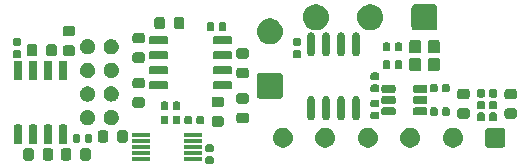
<source format=gbr>
%TF.GenerationSoftware,KiCad,Pcbnew,7.0.7*%
%TF.CreationDate,2023-10-10T17:02:05+13:00*%
%TF.ProjectId,probeDaughterBoard,70726f62-6544-4617-9567-68746572426f,rev?*%
%TF.SameCoordinates,Original*%
%TF.FileFunction,Soldermask,Top*%
%TF.FilePolarity,Negative*%
%FSLAX46Y46*%
G04 Gerber Fmt 4.6, Leading zero omitted, Abs format (unit mm)*
G04 Created by KiCad (PCBNEW 7.0.7) date 2023-10-10 17:02:05*
%MOMM*%
%LPD*%
G01*
G04 APERTURE LIST*
G04 APERTURE END LIST*
G36*
X18255796Y-13804082D02*
G01*
X18315815Y-13844185D01*
X18355918Y-13904204D01*
X18370000Y-13975000D01*
X18370000Y-14245000D01*
X18355918Y-14315796D01*
X18315815Y-14375815D01*
X18255796Y-14415918D01*
X18185000Y-14430000D01*
X17815000Y-14430000D01*
X17744204Y-14415918D01*
X17684185Y-14375815D01*
X17644082Y-14315796D01*
X17630000Y-14245000D01*
X17630000Y-13975000D01*
X17644082Y-13904204D01*
X17684185Y-13844185D01*
X17744204Y-13804082D01*
X17815000Y-13790000D01*
X18185000Y-13790000D01*
X18255796Y-13804082D01*
G37*
G36*
X12917384Y-13827105D02*
G01*
X12947663Y-13847337D01*
X12967895Y-13877616D01*
X12974999Y-13913334D01*
X12974999Y-13919728D01*
X12975000Y-13919733D01*
X12975000Y-14037819D01*
X12975000Y-14086667D01*
X12967895Y-14122384D01*
X12947663Y-14152663D01*
X12917384Y-14172895D01*
X12881666Y-14179999D01*
X12875271Y-14179999D01*
X12875266Y-14180000D01*
X11524734Y-14180000D01*
X11524733Y-14179999D01*
X11518333Y-14180000D01*
X11482616Y-14172895D01*
X11452337Y-14152663D01*
X11432105Y-14122384D01*
X11425001Y-14086666D01*
X11425000Y-14080270D01*
X11425000Y-14080266D01*
X11425000Y-13919733D01*
X11425000Y-13919732D01*
X11425000Y-13913333D01*
X11432105Y-13877616D01*
X11452337Y-13847337D01*
X11482616Y-13827105D01*
X11518334Y-13820001D01*
X11524728Y-13820000D01*
X11524734Y-13820000D01*
X12875266Y-13820000D01*
X12881667Y-13820000D01*
X12917384Y-13827105D01*
G37*
G36*
X17317384Y-13827105D02*
G01*
X17347663Y-13847337D01*
X17367895Y-13877616D01*
X17374999Y-13913334D01*
X17374999Y-13919728D01*
X17375000Y-13919733D01*
X17375000Y-14037819D01*
X17375000Y-14086667D01*
X17367895Y-14122384D01*
X17347663Y-14152663D01*
X17317384Y-14172895D01*
X17281666Y-14179999D01*
X17275271Y-14179999D01*
X17275266Y-14180000D01*
X15924734Y-14180000D01*
X15924733Y-14179999D01*
X15918333Y-14180000D01*
X15882616Y-14172895D01*
X15852337Y-14152663D01*
X15832105Y-14122384D01*
X15825001Y-14086666D01*
X15825000Y-14080270D01*
X15825000Y-14080266D01*
X15825000Y-13919733D01*
X15825000Y-13919732D01*
X15825000Y-13913333D01*
X15832105Y-13877616D01*
X15852337Y-13847337D01*
X15882616Y-13827105D01*
X15918334Y-13820001D01*
X15924728Y-13820000D01*
X15924734Y-13820000D01*
X17275266Y-13820000D01*
X17281667Y-13820000D01*
X17317384Y-13827105D01*
G37*
G36*
X2883339Y-13096658D02*
G01*
X2938125Y-13103871D01*
X2951906Y-13110297D01*
X2970671Y-13114030D01*
X2995526Y-13130637D01*
X3017819Y-13141033D01*
X3031380Y-13154594D01*
X3051777Y-13168223D01*
X3065405Y-13188619D01*
X3078966Y-13202180D01*
X3089360Y-13224470D01*
X3105970Y-13249329D01*
X3109702Y-13268095D01*
X3116128Y-13281874D01*
X3123338Y-13336648D01*
X3125000Y-13345000D01*
X3125000Y-13895000D01*
X3123338Y-13903353D01*
X3116128Y-13958125D01*
X3109703Y-13971903D01*
X3105970Y-13990671D01*
X3089358Y-14015531D01*
X3078966Y-14037819D01*
X3065407Y-14051377D01*
X3051777Y-14071777D01*
X3031377Y-14085407D01*
X3017819Y-14098966D01*
X2995531Y-14109358D01*
X2970671Y-14125970D01*
X2951903Y-14129703D01*
X2938125Y-14136128D01*
X2883353Y-14143338D01*
X2875000Y-14145000D01*
X2475000Y-14145000D01*
X2466648Y-14143338D01*
X2411874Y-14136128D01*
X2398095Y-14129702D01*
X2379329Y-14125970D01*
X2354470Y-14109360D01*
X2332180Y-14098966D01*
X2318619Y-14085405D01*
X2298223Y-14071777D01*
X2284594Y-14051380D01*
X2271033Y-14037819D01*
X2260637Y-14015526D01*
X2244030Y-13990671D01*
X2240297Y-13971906D01*
X2233871Y-13958125D01*
X2226658Y-13903339D01*
X2225000Y-13895000D01*
X2225000Y-13345000D01*
X2226658Y-13336662D01*
X2233871Y-13281874D01*
X2240297Y-13268091D01*
X2244030Y-13249329D01*
X2260636Y-13224475D01*
X2271033Y-13202180D01*
X2284596Y-13188616D01*
X2298223Y-13168223D01*
X2318616Y-13154596D01*
X2332180Y-13141033D01*
X2354475Y-13130636D01*
X2379329Y-13114030D01*
X2398091Y-13110297D01*
X2411874Y-13103871D01*
X2466662Y-13096658D01*
X2475000Y-13095000D01*
X2875000Y-13095000D01*
X2883339Y-13096658D01*
G37*
G36*
X4533339Y-13096658D02*
G01*
X4588125Y-13103871D01*
X4601906Y-13110297D01*
X4620671Y-13114030D01*
X4645526Y-13130637D01*
X4667819Y-13141033D01*
X4681380Y-13154594D01*
X4701777Y-13168223D01*
X4715405Y-13188619D01*
X4728966Y-13202180D01*
X4739360Y-13224470D01*
X4755970Y-13249329D01*
X4759702Y-13268095D01*
X4766128Y-13281874D01*
X4773338Y-13336648D01*
X4775000Y-13345000D01*
X4775000Y-13895000D01*
X4773338Y-13903353D01*
X4766128Y-13958125D01*
X4759703Y-13971903D01*
X4755970Y-13990671D01*
X4739358Y-14015531D01*
X4728966Y-14037819D01*
X4715407Y-14051377D01*
X4701777Y-14071777D01*
X4681377Y-14085407D01*
X4667819Y-14098966D01*
X4645531Y-14109358D01*
X4620671Y-14125970D01*
X4601903Y-14129703D01*
X4588125Y-14136128D01*
X4533353Y-14143338D01*
X4525000Y-14145000D01*
X4125000Y-14145000D01*
X4116648Y-14143338D01*
X4061874Y-14136128D01*
X4048095Y-14129702D01*
X4029329Y-14125970D01*
X4004470Y-14109360D01*
X3982180Y-14098966D01*
X3968619Y-14085405D01*
X3948223Y-14071777D01*
X3934594Y-14051380D01*
X3921033Y-14037819D01*
X3910637Y-14015526D01*
X3894030Y-13990671D01*
X3890297Y-13971906D01*
X3883871Y-13958125D01*
X3876658Y-13903339D01*
X3875000Y-13895000D01*
X3875000Y-13345000D01*
X3876658Y-13336662D01*
X3883871Y-13281874D01*
X3890297Y-13268091D01*
X3894030Y-13249329D01*
X3910636Y-13224475D01*
X3921033Y-13202180D01*
X3934596Y-13188616D01*
X3948223Y-13168223D01*
X3968616Y-13154596D01*
X3982180Y-13141033D01*
X4004475Y-13130636D01*
X4029329Y-13114030D01*
X4048091Y-13110297D01*
X4061874Y-13103871D01*
X4116662Y-13096658D01*
X4125000Y-13095000D01*
X4525000Y-13095000D01*
X4533339Y-13096658D01*
G37*
G36*
X6063339Y-13096658D02*
G01*
X6118125Y-13103871D01*
X6131906Y-13110297D01*
X6150671Y-13114030D01*
X6175526Y-13130637D01*
X6197819Y-13141033D01*
X6211380Y-13154594D01*
X6231777Y-13168223D01*
X6245405Y-13188619D01*
X6258966Y-13202180D01*
X6269360Y-13224470D01*
X6285970Y-13249329D01*
X6289702Y-13268095D01*
X6296128Y-13281874D01*
X6303338Y-13336648D01*
X6305000Y-13345000D01*
X6305000Y-13895000D01*
X6303338Y-13903353D01*
X6296128Y-13958125D01*
X6289703Y-13971903D01*
X6285970Y-13990671D01*
X6269358Y-14015531D01*
X6258966Y-14037819D01*
X6245407Y-14051377D01*
X6231777Y-14071777D01*
X6211377Y-14085407D01*
X6197819Y-14098966D01*
X6175531Y-14109358D01*
X6150671Y-14125970D01*
X6131903Y-14129703D01*
X6118125Y-14136128D01*
X6063353Y-14143338D01*
X6055000Y-14145000D01*
X5655000Y-14145000D01*
X5646648Y-14143338D01*
X5591874Y-14136128D01*
X5578095Y-14129702D01*
X5559329Y-14125970D01*
X5534470Y-14109360D01*
X5512180Y-14098966D01*
X5498619Y-14085405D01*
X5478223Y-14071777D01*
X5464594Y-14051380D01*
X5451033Y-14037819D01*
X5440637Y-14015526D01*
X5424030Y-13990671D01*
X5420297Y-13971906D01*
X5413871Y-13958125D01*
X5406658Y-13903339D01*
X5405000Y-13895000D01*
X5405000Y-13345000D01*
X5406658Y-13336662D01*
X5413871Y-13281874D01*
X5420297Y-13268091D01*
X5424030Y-13249329D01*
X5440636Y-13224475D01*
X5451033Y-13202180D01*
X5464596Y-13188616D01*
X5478223Y-13168223D01*
X5498616Y-13154596D01*
X5512180Y-13141033D01*
X5534475Y-13130636D01*
X5559329Y-13114030D01*
X5578091Y-13110297D01*
X5591874Y-13103871D01*
X5646662Y-13096658D01*
X5655000Y-13095000D01*
X6055000Y-13095000D01*
X6063339Y-13096658D01*
G37*
G36*
X7713339Y-13096658D02*
G01*
X7768125Y-13103871D01*
X7781906Y-13110297D01*
X7800671Y-13114030D01*
X7825526Y-13130637D01*
X7847819Y-13141033D01*
X7861380Y-13154594D01*
X7881777Y-13168223D01*
X7895405Y-13188619D01*
X7908966Y-13202180D01*
X7919360Y-13224470D01*
X7935970Y-13249329D01*
X7939702Y-13268095D01*
X7946128Y-13281874D01*
X7953338Y-13336648D01*
X7955000Y-13345000D01*
X7955000Y-13895000D01*
X7953338Y-13903353D01*
X7946128Y-13958125D01*
X7939703Y-13971903D01*
X7935970Y-13990671D01*
X7919358Y-14015531D01*
X7908966Y-14037819D01*
X7895407Y-14051377D01*
X7881777Y-14071777D01*
X7861377Y-14085407D01*
X7847819Y-14098966D01*
X7825531Y-14109358D01*
X7800671Y-14125970D01*
X7781903Y-14129703D01*
X7768125Y-14136128D01*
X7713353Y-14143338D01*
X7705000Y-14145000D01*
X7305000Y-14145000D01*
X7296648Y-14143338D01*
X7241874Y-14136128D01*
X7228095Y-14129702D01*
X7209329Y-14125970D01*
X7184470Y-14109360D01*
X7162180Y-14098966D01*
X7148619Y-14085405D01*
X7128223Y-14071777D01*
X7114594Y-14051380D01*
X7101033Y-14037819D01*
X7090637Y-14015526D01*
X7074030Y-13990671D01*
X7070297Y-13971906D01*
X7063871Y-13958125D01*
X7056658Y-13903339D01*
X7055000Y-13895000D01*
X7055000Y-13345000D01*
X7056658Y-13336662D01*
X7063871Y-13281874D01*
X7070297Y-13268091D01*
X7074030Y-13249329D01*
X7090636Y-13224475D01*
X7101033Y-13202180D01*
X7114596Y-13188616D01*
X7128223Y-13168223D01*
X7148616Y-13154596D01*
X7162180Y-13141033D01*
X7184475Y-13130636D01*
X7209329Y-13114030D01*
X7228091Y-13110297D01*
X7241874Y-13103871D01*
X7296662Y-13096658D01*
X7305000Y-13095000D01*
X7705000Y-13095000D01*
X7713339Y-13096658D01*
G37*
G36*
X12917384Y-13327232D02*
G01*
X12947663Y-13347464D01*
X12967895Y-13377743D01*
X12974999Y-13413461D01*
X12974999Y-13419855D01*
X12975000Y-13419860D01*
X12975000Y-13580393D01*
X12975000Y-13586794D01*
X12967895Y-13622511D01*
X12947663Y-13652790D01*
X12917384Y-13673022D01*
X12881666Y-13680126D01*
X12875271Y-13680126D01*
X12875266Y-13680127D01*
X11524734Y-13680127D01*
X11524733Y-13680126D01*
X11518333Y-13680127D01*
X11482616Y-13673022D01*
X11452337Y-13652790D01*
X11432105Y-13622511D01*
X11425001Y-13586793D01*
X11425000Y-13580397D01*
X11425000Y-13580393D01*
X11425000Y-13419860D01*
X11425000Y-13419859D01*
X11425000Y-13413460D01*
X11432105Y-13377743D01*
X11452337Y-13347464D01*
X11482616Y-13327232D01*
X11518334Y-13320128D01*
X11524728Y-13320127D01*
X11524734Y-13320127D01*
X12875266Y-13320127D01*
X12881667Y-13320127D01*
X12917384Y-13327232D01*
G37*
G36*
X17317384Y-13327232D02*
G01*
X17347663Y-13347464D01*
X17367895Y-13377743D01*
X17374999Y-13413461D01*
X17374999Y-13419855D01*
X17375000Y-13419860D01*
X17375000Y-13580393D01*
X17375000Y-13586794D01*
X17367895Y-13622511D01*
X17347663Y-13652790D01*
X17317384Y-13673022D01*
X17281666Y-13680126D01*
X17275271Y-13680126D01*
X17275266Y-13680127D01*
X15924734Y-13680127D01*
X15924733Y-13680126D01*
X15918333Y-13680127D01*
X15882616Y-13673022D01*
X15852337Y-13652790D01*
X15832105Y-13622511D01*
X15825001Y-13586793D01*
X15825000Y-13580397D01*
X15825000Y-13580393D01*
X15825000Y-13419860D01*
X15825000Y-13419859D01*
X15825000Y-13413460D01*
X15832105Y-13377743D01*
X15852337Y-13347464D01*
X15882616Y-13327232D01*
X15918334Y-13320128D01*
X15924728Y-13320127D01*
X15924734Y-13320127D01*
X17275266Y-13320127D01*
X17281667Y-13320127D01*
X17317384Y-13327232D01*
G37*
G36*
X18255796Y-12784082D02*
G01*
X18315815Y-12824185D01*
X18355918Y-12884204D01*
X18370000Y-12955000D01*
X18370000Y-13225000D01*
X18355918Y-13295796D01*
X18315815Y-13355815D01*
X18255796Y-13395918D01*
X18185000Y-13410000D01*
X17815000Y-13410000D01*
X17744204Y-13395918D01*
X17684185Y-13355815D01*
X17644082Y-13295796D01*
X17630000Y-13225000D01*
X17630000Y-12955000D01*
X17644082Y-12884204D01*
X17684185Y-12824185D01*
X17744204Y-12784082D01*
X17815000Y-12770000D01*
X18185000Y-12770000D01*
X18255796Y-12784082D01*
G37*
G36*
X12917384Y-12827105D02*
G01*
X12947663Y-12847337D01*
X12967895Y-12877616D01*
X12974999Y-12913334D01*
X12974999Y-12919728D01*
X12975000Y-12919733D01*
X12975000Y-13008057D01*
X12975000Y-13086667D01*
X12967895Y-13122384D01*
X12947663Y-13152663D01*
X12917384Y-13172895D01*
X12881666Y-13179999D01*
X12875271Y-13179999D01*
X12875266Y-13180000D01*
X11524734Y-13180000D01*
X11524733Y-13179999D01*
X11518333Y-13180000D01*
X11482616Y-13172895D01*
X11452337Y-13152663D01*
X11432105Y-13122384D01*
X11425001Y-13086666D01*
X11425000Y-13080270D01*
X11425000Y-13080266D01*
X11425000Y-12919733D01*
X11425000Y-12919732D01*
X11425000Y-12913333D01*
X11432105Y-12877616D01*
X11452337Y-12847337D01*
X11482616Y-12827105D01*
X11518334Y-12820001D01*
X11524728Y-12820000D01*
X11524734Y-12820000D01*
X12875266Y-12820000D01*
X12881667Y-12820000D01*
X12917384Y-12827105D01*
G37*
G36*
X17317384Y-12827105D02*
G01*
X17347663Y-12847337D01*
X17367895Y-12877616D01*
X17374999Y-12913334D01*
X17374999Y-12919728D01*
X17375000Y-12919733D01*
X17375000Y-13008057D01*
X17375000Y-13086667D01*
X17367895Y-13122384D01*
X17347663Y-13152663D01*
X17317384Y-13172895D01*
X17281666Y-13179999D01*
X17275271Y-13179999D01*
X17275266Y-13180000D01*
X15924734Y-13180000D01*
X15924733Y-13179999D01*
X15918333Y-13180000D01*
X15882616Y-13172895D01*
X15852337Y-13152663D01*
X15832105Y-13122384D01*
X15825001Y-13086666D01*
X15825000Y-13080270D01*
X15825000Y-13080266D01*
X15825000Y-12919733D01*
X15825000Y-12919732D01*
X15825000Y-12913333D01*
X15832105Y-12877616D01*
X15852337Y-12847337D01*
X15882616Y-12827105D01*
X15918334Y-12820001D01*
X15924728Y-12820000D01*
X15924734Y-12820000D01*
X17275266Y-12820000D01*
X17281667Y-12820000D01*
X17317384Y-12827105D01*
G37*
G36*
X42818685Y-11357969D02*
G01*
X42827893Y-11362034D01*
X42834724Y-11363030D01*
X42877422Y-11383903D01*
X42919541Y-11402501D01*
X42923441Y-11406401D01*
X42923801Y-11406577D01*
X42993422Y-11476198D01*
X42993597Y-11476557D01*
X42997499Y-11480459D01*
X43016100Y-11522588D01*
X43036969Y-11565275D01*
X43037963Y-11572103D01*
X43042031Y-11581315D01*
X43050000Y-11650000D01*
X43050000Y-12750000D01*
X43042031Y-12818685D01*
X43037963Y-12827896D01*
X43036969Y-12834724D01*
X43016105Y-12877401D01*
X42997499Y-12919541D01*
X42993597Y-12923442D01*
X42993422Y-12923801D01*
X42923801Y-12993422D01*
X42923442Y-12993597D01*
X42919541Y-12997499D01*
X42877401Y-13016105D01*
X42834724Y-13036969D01*
X42827896Y-13037963D01*
X42818685Y-13042031D01*
X42750000Y-13050000D01*
X41650000Y-13050000D01*
X41581315Y-13042031D01*
X41572103Y-13037963D01*
X41565275Y-13036969D01*
X41522588Y-13016100D01*
X41480459Y-12997499D01*
X41476557Y-12993597D01*
X41476198Y-12993422D01*
X41406577Y-12923801D01*
X41406401Y-12923441D01*
X41402501Y-12919541D01*
X41383903Y-12877422D01*
X41363030Y-12834724D01*
X41362034Y-12827893D01*
X41357969Y-12818685D01*
X41350000Y-12750000D01*
X41350000Y-11650000D01*
X41357969Y-11581315D01*
X41362034Y-11572107D01*
X41363030Y-11565275D01*
X41383908Y-11522567D01*
X41402501Y-11480459D01*
X41406400Y-11476559D01*
X41406577Y-11476198D01*
X41476198Y-11406577D01*
X41476559Y-11406400D01*
X41480459Y-11402501D01*
X41522567Y-11383908D01*
X41565275Y-11363030D01*
X41572107Y-11362034D01*
X41581315Y-11357969D01*
X41650000Y-11350000D01*
X42750000Y-11350000D01*
X42818685Y-11357969D01*
G37*
G36*
X24462664Y-11391602D02*
G01*
X24625000Y-11463878D01*
X24768761Y-11568327D01*
X24887664Y-11700383D01*
X24976514Y-11854274D01*
X25031425Y-12023275D01*
X25050000Y-12200000D01*
X25031425Y-12376725D01*
X24976514Y-12545726D01*
X24887664Y-12699617D01*
X24768761Y-12831673D01*
X24625000Y-12936122D01*
X24462664Y-13008398D01*
X24288849Y-13045344D01*
X24111151Y-13045344D01*
X23937336Y-13008398D01*
X23775000Y-12936122D01*
X23631239Y-12831673D01*
X23512336Y-12699617D01*
X23423486Y-12545726D01*
X23368575Y-12376725D01*
X23350000Y-12200000D01*
X23368575Y-12023275D01*
X23423486Y-11854274D01*
X23512336Y-11700383D01*
X23631239Y-11568327D01*
X23775000Y-11463878D01*
X23937336Y-11391602D01*
X24111151Y-11354656D01*
X24288849Y-11354656D01*
X24462664Y-11391602D01*
G37*
G36*
X28062664Y-11391602D02*
G01*
X28225000Y-11463878D01*
X28368761Y-11568327D01*
X28487664Y-11700383D01*
X28576514Y-11854274D01*
X28631425Y-12023275D01*
X28650000Y-12200000D01*
X28631425Y-12376725D01*
X28576514Y-12545726D01*
X28487664Y-12699617D01*
X28368761Y-12831673D01*
X28225000Y-12936122D01*
X28062664Y-13008398D01*
X27888849Y-13045344D01*
X27711151Y-13045344D01*
X27537336Y-13008398D01*
X27375000Y-12936122D01*
X27231239Y-12831673D01*
X27112336Y-12699617D01*
X27023486Y-12545726D01*
X26968575Y-12376725D01*
X26950000Y-12200000D01*
X26968575Y-12023275D01*
X27023486Y-11854274D01*
X27112336Y-11700383D01*
X27231239Y-11568327D01*
X27375000Y-11463878D01*
X27537336Y-11391602D01*
X27711151Y-11354656D01*
X27888849Y-11354656D01*
X28062664Y-11391602D01*
G37*
G36*
X31662664Y-11391602D02*
G01*
X31825000Y-11463878D01*
X31968761Y-11568327D01*
X32087664Y-11700383D01*
X32176514Y-11854274D01*
X32231425Y-12023275D01*
X32250000Y-12200000D01*
X32231425Y-12376725D01*
X32176514Y-12545726D01*
X32087664Y-12699617D01*
X31968761Y-12831673D01*
X31825000Y-12936122D01*
X31662664Y-13008398D01*
X31488849Y-13045344D01*
X31311151Y-13045344D01*
X31137336Y-13008398D01*
X30975000Y-12936122D01*
X30831239Y-12831673D01*
X30712336Y-12699617D01*
X30623486Y-12545726D01*
X30568575Y-12376725D01*
X30550000Y-12200000D01*
X30568575Y-12023275D01*
X30623486Y-11854274D01*
X30712336Y-11700383D01*
X30831239Y-11568327D01*
X30975000Y-11463878D01*
X31137336Y-11391602D01*
X31311151Y-11354656D01*
X31488849Y-11354656D01*
X31662664Y-11391602D01*
G37*
G36*
X35262664Y-11391602D02*
G01*
X35425000Y-11463878D01*
X35568761Y-11568327D01*
X35687664Y-11700383D01*
X35776514Y-11854274D01*
X35831425Y-12023275D01*
X35850000Y-12200000D01*
X35831425Y-12376725D01*
X35776514Y-12545726D01*
X35687664Y-12699617D01*
X35568761Y-12831673D01*
X35425000Y-12936122D01*
X35262664Y-13008398D01*
X35088849Y-13045344D01*
X34911151Y-13045344D01*
X34737336Y-13008398D01*
X34575000Y-12936122D01*
X34431239Y-12831673D01*
X34312336Y-12699617D01*
X34223486Y-12545726D01*
X34168575Y-12376725D01*
X34150000Y-12200000D01*
X34168575Y-12023275D01*
X34223486Y-11854274D01*
X34312336Y-11700383D01*
X34431239Y-11568327D01*
X34575000Y-11463878D01*
X34737336Y-11391602D01*
X34911151Y-11354656D01*
X35088849Y-11354656D01*
X35262664Y-11391602D01*
G37*
G36*
X38862664Y-11391602D02*
G01*
X39025000Y-11463878D01*
X39168761Y-11568327D01*
X39287664Y-11700383D01*
X39376514Y-11854274D01*
X39431425Y-12023275D01*
X39450000Y-12200000D01*
X39431425Y-12376725D01*
X39376514Y-12545726D01*
X39287664Y-12699617D01*
X39168761Y-12831673D01*
X39025000Y-12936122D01*
X38862664Y-13008398D01*
X38688849Y-13045344D01*
X38511151Y-13045344D01*
X38337336Y-13008398D01*
X38175000Y-12936122D01*
X38031239Y-12831673D01*
X37912336Y-12699617D01*
X37823486Y-12545726D01*
X37768575Y-12376725D01*
X37750000Y-12200000D01*
X37768575Y-12023275D01*
X37823486Y-11854274D01*
X37912336Y-11700383D01*
X38031239Y-11568327D01*
X38175000Y-11463878D01*
X38337336Y-11391602D01*
X38511151Y-11354656D01*
X38688849Y-11354656D01*
X38862664Y-11391602D01*
G37*
G36*
X2052403Y-11086418D02*
G01*
X2101066Y-11118934D01*
X2133582Y-11167597D01*
X2145000Y-11225000D01*
X2145000Y-12575000D01*
X2133582Y-12632403D01*
X2101066Y-12681066D01*
X2052403Y-12713582D01*
X1995000Y-12725000D01*
X1595000Y-12725000D01*
X1537597Y-12713582D01*
X1488934Y-12681066D01*
X1456418Y-12632403D01*
X1445000Y-12575000D01*
X1445000Y-11225000D01*
X1456418Y-11167597D01*
X1488934Y-11118934D01*
X1537597Y-11086418D01*
X1595000Y-11075000D01*
X1995000Y-11075000D01*
X2052403Y-11086418D01*
G37*
G36*
X3322403Y-11086418D02*
G01*
X3371066Y-11118934D01*
X3403582Y-11167597D01*
X3415000Y-11225000D01*
X3415000Y-12575000D01*
X3403582Y-12632403D01*
X3371066Y-12681066D01*
X3322403Y-12713582D01*
X3265000Y-12725000D01*
X2865000Y-12725000D01*
X2807597Y-12713582D01*
X2758934Y-12681066D01*
X2726418Y-12632403D01*
X2715000Y-12575000D01*
X2715000Y-11225000D01*
X2726418Y-11167597D01*
X2758934Y-11118934D01*
X2807597Y-11086418D01*
X2865000Y-11075000D01*
X3265000Y-11075000D01*
X3322403Y-11086418D01*
G37*
G36*
X4592403Y-11086418D02*
G01*
X4641066Y-11118934D01*
X4673582Y-11167597D01*
X4685000Y-11225000D01*
X4685000Y-12575000D01*
X4673582Y-12632403D01*
X4641066Y-12681066D01*
X4592403Y-12713582D01*
X4535000Y-12725000D01*
X4135000Y-12725000D01*
X4077597Y-12713582D01*
X4028934Y-12681066D01*
X3996418Y-12632403D01*
X3985000Y-12575000D01*
X3985000Y-11225000D01*
X3996418Y-11167597D01*
X4028934Y-11118934D01*
X4077597Y-11086418D01*
X4135000Y-11075000D01*
X4535000Y-11075000D01*
X4592403Y-11086418D01*
G37*
G36*
X5862403Y-11086418D02*
G01*
X5911066Y-11118934D01*
X5943582Y-11167597D01*
X5955000Y-11225000D01*
X5955000Y-12575000D01*
X5943582Y-12632403D01*
X5911066Y-12681066D01*
X5862403Y-12713582D01*
X5805000Y-12725000D01*
X5405000Y-12725000D01*
X5347597Y-12713582D01*
X5298934Y-12681066D01*
X5266418Y-12632403D01*
X5255000Y-12575000D01*
X5255000Y-11225000D01*
X5266418Y-11167597D01*
X5298934Y-11118934D01*
X5347597Y-11086418D01*
X5405000Y-11075000D01*
X5805000Y-11075000D01*
X5862403Y-11086418D01*
G37*
G36*
X12917384Y-12327232D02*
G01*
X12947663Y-12347464D01*
X12967895Y-12377743D01*
X12974999Y-12413461D01*
X12974999Y-12419855D01*
X12975000Y-12419860D01*
X12975000Y-12505308D01*
X12975000Y-12586794D01*
X12967895Y-12622511D01*
X12947663Y-12652790D01*
X12917384Y-12673022D01*
X12881666Y-12680126D01*
X12875271Y-12680126D01*
X12875266Y-12680127D01*
X11524734Y-12680127D01*
X11524733Y-12680126D01*
X11518333Y-12680127D01*
X11482616Y-12673022D01*
X11452337Y-12652790D01*
X11432105Y-12622511D01*
X11425001Y-12586793D01*
X11425000Y-12580397D01*
X11425000Y-12580393D01*
X11425000Y-12419860D01*
X11425000Y-12419859D01*
X11425000Y-12413460D01*
X11432105Y-12377743D01*
X11452337Y-12347464D01*
X11482616Y-12327232D01*
X11518334Y-12320128D01*
X11524728Y-12320127D01*
X11524734Y-12320127D01*
X12875266Y-12320127D01*
X12881667Y-12320127D01*
X12917384Y-12327232D01*
G37*
G36*
X17317384Y-12327232D02*
G01*
X17347663Y-12347464D01*
X17367895Y-12377743D01*
X17374999Y-12413461D01*
X17374999Y-12419855D01*
X17375000Y-12419860D01*
X17375000Y-12505308D01*
X17375000Y-12586794D01*
X17367895Y-12622511D01*
X17347663Y-12652790D01*
X17317384Y-12673022D01*
X17281666Y-12680126D01*
X17275271Y-12680126D01*
X17275266Y-12680127D01*
X15924734Y-12680127D01*
X15924733Y-12680126D01*
X15918333Y-12680127D01*
X15882616Y-12673022D01*
X15852337Y-12652790D01*
X15832105Y-12622511D01*
X15825001Y-12586793D01*
X15825000Y-12580397D01*
X15825000Y-12580393D01*
X15825000Y-12419860D01*
X15825000Y-12419859D01*
X15825000Y-12413460D01*
X15832105Y-12377743D01*
X15852337Y-12347464D01*
X15882616Y-12327232D01*
X15918334Y-12320128D01*
X15924728Y-12320127D01*
X15924734Y-12320127D01*
X17275266Y-12320127D01*
X17281667Y-12320127D01*
X17317384Y-12327232D01*
G37*
G36*
X9183339Y-11576658D02*
G01*
X9238125Y-11583871D01*
X9251906Y-11590297D01*
X9270671Y-11594030D01*
X9295526Y-11610637D01*
X9317819Y-11621033D01*
X9331380Y-11634594D01*
X9351777Y-11648223D01*
X9365405Y-11668619D01*
X9378966Y-11682180D01*
X9389360Y-11704470D01*
X9405970Y-11729329D01*
X9409702Y-11748095D01*
X9416128Y-11761874D01*
X9423338Y-11816648D01*
X9425000Y-11825000D01*
X9425000Y-12375000D01*
X9423338Y-12383353D01*
X9416128Y-12438125D01*
X9409703Y-12451903D01*
X9405970Y-12470671D01*
X9389358Y-12495531D01*
X9378966Y-12517819D01*
X9365407Y-12531377D01*
X9351777Y-12551777D01*
X9331377Y-12565407D01*
X9317819Y-12578966D01*
X9295531Y-12589358D01*
X9270671Y-12605970D01*
X9251903Y-12609703D01*
X9238125Y-12616128D01*
X9183353Y-12623338D01*
X9175000Y-12625000D01*
X8775000Y-12625000D01*
X8766648Y-12623338D01*
X8711874Y-12616128D01*
X8698095Y-12609702D01*
X8679329Y-12605970D01*
X8654470Y-12589360D01*
X8632180Y-12578966D01*
X8618619Y-12565405D01*
X8598223Y-12551777D01*
X8584594Y-12531380D01*
X8571033Y-12517819D01*
X8560637Y-12495526D01*
X8544030Y-12470671D01*
X8540297Y-12451906D01*
X8533871Y-12438125D01*
X8526658Y-12383339D01*
X8525000Y-12375000D01*
X8525000Y-11825000D01*
X8526658Y-11816662D01*
X8533871Y-11761874D01*
X8540297Y-11748091D01*
X8544030Y-11729329D01*
X8560636Y-11704475D01*
X8571033Y-11682180D01*
X8584596Y-11668616D01*
X8598223Y-11648223D01*
X8618616Y-11634596D01*
X8632180Y-11621033D01*
X8654475Y-11610636D01*
X8679329Y-11594030D01*
X8698091Y-11590297D01*
X8711874Y-11583871D01*
X8766662Y-11576658D01*
X8775000Y-11575000D01*
X9175000Y-11575000D01*
X9183339Y-11576658D01*
G37*
G36*
X10833339Y-11576658D02*
G01*
X10888125Y-11583871D01*
X10901906Y-11590297D01*
X10920671Y-11594030D01*
X10945526Y-11610637D01*
X10967819Y-11621033D01*
X10981380Y-11634594D01*
X11001777Y-11648223D01*
X11015405Y-11668619D01*
X11028966Y-11682180D01*
X11039360Y-11704470D01*
X11055970Y-11729329D01*
X11059702Y-11748095D01*
X11066128Y-11761874D01*
X11073338Y-11816648D01*
X11075000Y-11825000D01*
X11075000Y-12375000D01*
X11073338Y-12383353D01*
X11066128Y-12438125D01*
X11059703Y-12451903D01*
X11055970Y-12470671D01*
X11039358Y-12495531D01*
X11028966Y-12517819D01*
X11015407Y-12531377D01*
X11001777Y-12551777D01*
X10981377Y-12565407D01*
X10967819Y-12578966D01*
X10945531Y-12589358D01*
X10920671Y-12605970D01*
X10901903Y-12609703D01*
X10888125Y-12616128D01*
X10833353Y-12623338D01*
X10825000Y-12625000D01*
X10425000Y-12625000D01*
X10416648Y-12623338D01*
X10361874Y-12616128D01*
X10348095Y-12609702D01*
X10329329Y-12605970D01*
X10304470Y-12589360D01*
X10282180Y-12578966D01*
X10268619Y-12565405D01*
X10248223Y-12551777D01*
X10234594Y-12531380D01*
X10221033Y-12517819D01*
X10210637Y-12495526D01*
X10194030Y-12470671D01*
X10190297Y-12451906D01*
X10183871Y-12438125D01*
X10176658Y-12383339D01*
X10175000Y-12375000D01*
X10175000Y-11825000D01*
X10176658Y-11816662D01*
X10183871Y-11761874D01*
X10190297Y-11748091D01*
X10194030Y-11729329D01*
X10210636Y-11704475D01*
X10221033Y-11682180D01*
X10234596Y-11668616D01*
X10248223Y-11648223D01*
X10268616Y-11634596D01*
X10282180Y-11621033D01*
X10304475Y-11610636D01*
X10329329Y-11594030D01*
X10348091Y-11590297D01*
X10361874Y-11583871D01*
X10416662Y-11576658D01*
X10425000Y-11575000D01*
X10825000Y-11575000D01*
X10833339Y-11576658D01*
G37*
G36*
X6945796Y-11894082D02*
G01*
X7005815Y-11934185D01*
X7045918Y-11994204D01*
X7060000Y-12065000D01*
X7060000Y-12435000D01*
X7045918Y-12505796D01*
X7005815Y-12565815D01*
X6945796Y-12605918D01*
X6875000Y-12620000D01*
X6605000Y-12620000D01*
X6534204Y-12605918D01*
X6474185Y-12565815D01*
X6434082Y-12505796D01*
X6420000Y-12435000D01*
X6420000Y-12065000D01*
X6434082Y-11994204D01*
X6474185Y-11934185D01*
X6534204Y-11894082D01*
X6605000Y-11880000D01*
X6875000Y-11880000D01*
X6945796Y-11894082D01*
G37*
G36*
X7965796Y-11894082D02*
G01*
X8025815Y-11934185D01*
X8065918Y-11994204D01*
X8080000Y-12065000D01*
X8080000Y-12435000D01*
X8065918Y-12505796D01*
X8025815Y-12565815D01*
X7965796Y-12605918D01*
X7895000Y-12620000D01*
X7625000Y-12620000D01*
X7554204Y-12605918D01*
X7494185Y-12565815D01*
X7454082Y-12505796D01*
X7440000Y-12435000D01*
X7440000Y-12065000D01*
X7454082Y-11994204D01*
X7494185Y-11934185D01*
X7554204Y-11894082D01*
X7625000Y-11880000D01*
X7895000Y-11880000D01*
X7965796Y-11894082D01*
G37*
G36*
X12917384Y-11827105D02*
G01*
X12947663Y-11847337D01*
X12967895Y-11877616D01*
X12974999Y-11913334D01*
X12974999Y-11919728D01*
X12975000Y-11919733D01*
X12975000Y-12023275D01*
X12975000Y-12086667D01*
X12967895Y-12122384D01*
X12947663Y-12152663D01*
X12917384Y-12172895D01*
X12881666Y-12179999D01*
X12875271Y-12179999D01*
X12875266Y-12180000D01*
X11524734Y-12180000D01*
X11524733Y-12179999D01*
X11518333Y-12180000D01*
X11482616Y-12172895D01*
X11452337Y-12152663D01*
X11432105Y-12122384D01*
X11425001Y-12086666D01*
X11425000Y-12080270D01*
X11425000Y-12080266D01*
X11425000Y-11919733D01*
X11425000Y-11919732D01*
X11425000Y-11913333D01*
X11432105Y-11877616D01*
X11452337Y-11847337D01*
X11482616Y-11827105D01*
X11518334Y-11820001D01*
X11524728Y-11820000D01*
X11524734Y-11820000D01*
X12875266Y-11820000D01*
X12881667Y-11820000D01*
X12917384Y-11827105D01*
G37*
G36*
X17317384Y-11827105D02*
G01*
X17347663Y-11847337D01*
X17367895Y-11877616D01*
X17374999Y-11913334D01*
X17374999Y-11919728D01*
X17375000Y-11919733D01*
X17375000Y-12023275D01*
X17375000Y-12086667D01*
X17367895Y-12122384D01*
X17347663Y-12152663D01*
X17317384Y-12172895D01*
X17281666Y-12179999D01*
X17275271Y-12179999D01*
X17275266Y-12180000D01*
X15924734Y-12180000D01*
X15924733Y-12179999D01*
X15918333Y-12180000D01*
X15882616Y-12172895D01*
X15852337Y-12152663D01*
X15832105Y-12122384D01*
X15825001Y-12086666D01*
X15825000Y-12080270D01*
X15825000Y-12080266D01*
X15825000Y-11919733D01*
X15825000Y-11919732D01*
X15825000Y-11913333D01*
X15832105Y-11877616D01*
X15852337Y-11847337D01*
X15882616Y-11827105D01*
X15918334Y-11820001D01*
X15924728Y-11820000D01*
X15924734Y-11820000D01*
X17275266Y-11820000D01*
X17281667Y-11820000D01*
X17317384Y-11827105D01*
G37*
G36*
X18983339Y-10376658D02*
G01*
X19038125Y-10383871D01*
X19051906Y-10390297D01*
X19070671Y-10394030D01*
X19095526Y-10410637D01*
X19117819Y-10421033D01*
X19131380Y-10434594D01*
X19151777Y-10448223D01*
X19165405Y-10468619D01*
X19178966Y-10482180D01*
X19189360Y-10504470D01*
X19205970Y-10529329D01*
X19209702Y-10548095D01*
X19216128Y-10561874D01*
X19223338Y-10616648D01*
X19225000Y-10625000D01*
X19225000Y-11025000D01*
X19223338Y-11033353D01*
X19216128Y-11088125D01*
X19209703Y-11101903D01*
X19205970Y-11120671D01*
X19189358Y-11145531D01*
X19178966Y-11167819D01*
X19165407Y-11181377D01*
X19151777Y-11201777D01*
X19131377Y-11215407D01*
X19117819Y-11228966D01*
X19095531Y-11239358D01*
X19070671Y-11255970D01*
X19051903Y-11259703D01*
X19038125Y-11266128D01*
X18983353Y-11273338D01*
X18975000Y-11275000D01*
X18425000Y-11275000D01*
X18416648Y-11273338D01*
X18361874Y-11266128D01*
X18348095Y-11259702D01*
X18329329Y-11255970D01*
X18304470Y-11239360D01*
X18282180Y-11228966D01*
X18268619Y-11215405D01*
X18248223Y-11201777D01*
X18234594Y-11181380D01*
X18221033Y-11167819D01*
X18210637Y-11145526D01*
X18194030Y-11120671D01*
X18190297Y-11101906D01*
X18183871Y-11088125D01*
X18176658Y-11033339D01*
X18175000Y-11025000D01*
X18175000Y-10625000D01*
X18176658Y-10616662D01*
X18183871Y-10561874D01*
X18190297Y-10548091D01*
X18194030Y-10529329D01*
X18210636Y-10504475D01*
X18221033Y-10482180D01*
X18234596Y-10468616D01*
X18248223Y-10448223D01*
X18268616Y-10434596D01*
X18282180Y-10421033D01*
X18304475Y-10410636D01*
X18329329Y-10394030D01*
X18348091Y-10390297D01*
X18361874Y-10383871D01*
X18416662Y-10376658D01*
X18425000Y-10375000D01*
X18975000Y-10375000D01*
X18983339Y-10376658D01*
G37*
G36*
X7713412Y-9854739D02*
G01*
X7753349Y-9854739D01*
X7786978Y-9863027D01*
X7819543Y-9866697D01*
X7861669Y-9881437D01*
X7905493Y-9892239D01*
X7931406Y-9905839D01*
X7956849Y-9914742D01*
X7999851Y-9941762D01*
X8044242Y-9965060D01*
X8062078Y-9980861D01*
X8080012Y-9992130D01*
X8120506Y-10032624D01*
X8161532Y-10068970D01*
X8171960Y-10084078D01*
X8182869Y-10094987D01*
X8217163Y-10149567D01*
X8250546Y-10197930D01*
X8255104Y-10209949D01*
X8260257Y-10218150D01*
X8284617Y-10287767D01*
X8306112Y-10344445D01*
X8306995Y-10351722D01*
X8308302Y-10355456D01*
X8319283Y-10452923D01*
X8325000Y-10500000D01*
X8319283Y-10547080D01*
X8308302Y-10644543D01*
X8306995Y-10648275D01*
X8306112Y-10655555D01*
X8284612Y-10712244D01*
X8260257Y-10781849D01*
X8255105Y-10790047D01*
X8250546Y-10802070D01*
X8217156Y-10850442D01*
X8182869Y-10905012D01*
X8171962Y-10915918D01*
X8161532Y-10931030D01*
X8120498Y-10967382D01*
X8080012Y-11007869D01*
X8062082Y-11019135D01*
X8044242Y-11034940D01*
X7999841Y-11058243D01*
X7956849Y-11085257D01*
X7931411Y-11094157D01*
X7905493Y-11107761D01*
X7861659Y-11118564D01*
X7819543Y-11133302D01*
X7786986Y-11136970D01*
X7753349Y-11145261D01*
X7713403Y-11145261D01*
X7674999Y-11149588D01*
X7636596Y-11145261D01*
X7596651Y-11145261D01*
X7563015Y-11136970D01*
X7530456Y-11133302D01*
X7488337Y-11118564D01*
X7444507Y-11107761D01*
X7418590Y-11094158D01*
X7393150Y-11085257D01*
X7350152Y-11058239D01*
X7305758Y-11034940D01*
X7287920Y-11019137D01*
X7269987Y-11007869D01*
X7229493Y-10967375D01*
X7188468Y-10931030D01*
X7178039Y-10915921D01*
X7167130Y-10905012D01*
X7132832Y-10850426D01*
X7099454Y-10802070D01*
X7094896Y-10790051D01*
X7089742Y-10781849D01*
X7065374Y-10712210D01*
X7043888Y-10655555D01*
X7043004Y-10648280D01*
X7041697Y-10644543D01*
X7030702Y-10546966D01*
X7025000Y-10500000D01*
X7030702Y-10453037D01*
X7041697Y-10355456D01*
X7043004Y-10351718D01*
X7043888Y-10344445D01*
X7065370Y-10287801D01*
X7089742Y-10218150D01*
X7094896Y-10209945D01*
X7099454Y-10197930D01*
X7132825Y-10149583D01*
X7167130Y-10094987D01*
X7178041Y-10084075D01*
X7188468Y-10068970D01*
X7229484Y-10032632D01*
X7269987Y-9992130D01*
X7287924Y-9980859D01*
X7305758Y-9965060D01*
X7350142Y-9941765D01*
X7393150Y-9914742D01*
X7418595Y-9905838D01*
X7444507Y-9892239D01*
X7488327Y-9881438D01*
X7530456Y-9866697D01*
X7563022Y-9863027D01*
X7596651Y-9854739D01*
X7636587Y-9854739D01*
X7675000Y-9850411D01*
X7713412Y-9854739D01*
G37*
G36*
X9713412Y-9854739D02*
G01*
X9753349Y-9854739D01*
X9786978Y-9863027D01*
X9819543Y-9866697D01*
X9861669Y-9881437D01*
X9905493Y-9892239D01*
X9931406Y-9905839D01*
X9956849Y-9914742D01*
X9999851Y-9941762D01*
X10044242Y-9965060D01*
X10062078Y-9980861D01*
X10080012Y-9992130D01*
X10120506Y-10032624D01*
X10161532Y-10068970D01*
X10171960Y-10084078D01*
X10182869Y-10094987D01*
X10217163Y-10149567D01*
X10250546Y-10197930D01*
X10255104Y-10209949D01*
X10260257Y-10218150D01*
X10284617Y-10287767D01*
X10306112Y-10344445D01*
X10306995Y-10351722D01*
X10308302Y-10355456D01*
X10319283Y-10452923D01*
X10325000Y-10500000D01*
X10319283Y-10547080D01*
X10308302Y-10644543D01*
X10306995Y-10648275D01*
X10306112Y-10655555D01*
X10284612Y-10712244D01*
X10260257Y-10781849D01*
X10255105Y-10790047D01*
X10250546Y-10802070D01*
X10217156Y-10850442D01*
X10182869Y-10905012D01*
X10171962Y-10915918D01*
X10161532Y-10931030D01*
X10120498Y-10967382D01*
X10080012Y-11007869D01*
X10062082Y-11019135D01*
X10044242Y-11034940D01*
X9999841Y-11058243D01*
X9956849Y-11085257D01*
X9931411Y-11094157D01*
X9905493Y-11107761D01*
X9861659Y-11118564D01*
X9819543Y-11133302D01*
X9786986Y-11136970D01*
X9753349Y-11145261D01*
X9713403Y-11145261D01*
X9674999Y-11149588D01*
X9636596Y-11145261D01*
X9596651Y-11145261D01*
X9563015Y-11136970D01*
X9530456Y-11133302D01*
X9488337Y-11118564D01*
X9444507Y-11107761D01*
X9418590Y-11094158D01*
X9393150Y-11085257D01*
X9350152Y-11058239D01*
X9305758Y-11034940D01*
X9287920Y-11019137D01*
X9269987Y-11007869D01*
X9229493Y-10967375D01*
X9188468Y-10931030D01*
X9178039Y-10915921D01*
X9167130Y-10905012D01*
X9132832Y-10850426D01*
X9099454Y-10802070D01*
X9094896Y-10790051D01*
X9089742Y-10781849D01*
X9065374Y-10712210D01*
X9043888Y-10655555D01*
X9043004Y-10648280D01*
X9041697Y-10644543D01*
X9030702Y-10546966D01*
X9025000Y-10500000D01*
X9030702Y-10453037D01*
X9041697Y-10355456D01*
X9043004Y-10351718D01*
X9043888Y-10344445D01*
X9065370Y-10287801D01*
X9089742Y-10218150D01*
X9094896Y-10209945D01*
X9099454Y-10197930D01*
X9132825Y-10149583D01*
X9167130Y-10094987D01*
X9178041Y-10084075D01*
X9188468Y-10068970D01*
X9229484Y-10032632D01*
X9269987Y-9992130D01*
X9287924Y-9980859D01*
X9305758Y-9965060D01*
X9350142Y-9941765D01*
X9393150Y-9914742D01*
X9418595Y-9905838D01*
X9444507Y-9892239D01*
X9488327Y-9881438D01*
X9530456Y-9866697D01*
X9563022Y-9863027D01*
X9596651Y-9854739D01*
X9636587Y-9854739D01*
X9675000Y-9850411D01*
X9713412Y-9854739D01*
G37*
G36*
X14395796Y-10344082D02*
G01*
X14455815Y-10384185D01*
X14495918Y-10444204D01*
X14510000Y-10515000D01*
X14510000Y-10885000D01*
X14495918Y-10955796D01*
X14455815Y-11015815D01*
X14395796Y-11055918D01*
X14325000Y-11070000D01*
X14055000Y-11070000D01*
X13984204Y-11055918D01*
X13924185Y-11015815D01*
X13884082Y-10955796D01*
X13870000Y-10885000D01*
X13870000Y-10515000D01*
X13884082Y-10444204D01*
X13924185Y-10384185D01*
X13984204Y-10344082D01*
X14055000Y-10330000D01*
X14325000Y-10330000D01*
X14395796Y-10344082D01*
G37*
G36*
X15415796Y-10344082D02*
G01*
X15475815Y-10384185D01*
X15515918Y-10444204D01*
X15530000Y-10515000D01*
X15530000Y-10885000D01*
X15515918Y-10955796D01*
X15475815Y-11015815D01*
X15415796Y-11055918D01*
X15345000Y-11070000D01*
X15075000Y-11070000D01*
X15004204Y-11055918D01*
X14944185Y-11015815D01*
X14904082Y-10955796D01*
X14890000Y-10885000D01*
X14890000Y-10515000D01*
X14904082Y-10444204D01*
X14944185Y-10384185D01*
X15004204Y-10344082D01*
X15075000Y-10330000D01*
X15345000Y-10330000D01*
X15415796Y-10344082D01*
G37*
G36*
X16395796Y-10344082D02*
G01*
X16455815Y-10384185D01*
X16495918Y-10444204D01*
X16510000Y-10515000D01*
X16510000Y-10885000D01*
X16495918Y-10955796D01*
X16455815Y-11015815D01*
X16395796Y-11055918D01*
X16325000Y-11070000D01*
X16055000Y-11070000D01*
X15984204Y-11055918D01*
X15924185Y-11015815D01*
X15884082Y-10955796D01*
X15870000Y-10885000D01*
X15870000Y-10515000D01*
X15884082Y-10444204D01*
X15924185Y-10384185D01*
X15984204Y-10344082D01*
X16055000Y-10330000D01*
X16325000Y-10330000D01*
X16395796Y-10344082D01*
G37*
G36*
X17415796Y-10344082D02*
G01*
X17475815Y-10384185D01*
X17515918Y-10444204D01*
X17530000Y-10515000D01*
X17530000Y-10885000D01*
X17515918Y-10955796D01*
X17475815Y-11015815D01*
X17415796Y-11055918D01*
X17345000Y-11070000D01*
X17075000Y-11070000D01*
X17004204Y-11055918D01*
X16944185Y-11015815D01*
X16904082Y-10955796D01*
X16890000Y-10885000D01*
X16890000Y-10515000D01*
X16904082Y-10444204D01*
X16944185Y-10384185D01*
X17004204Y-10344082D01*
X17075000Y-10330000D01*
X17345000Y-10330000D01*
X17415796Y-10344082D01*
G37*
G36*
X21083339Y-10076658D02*
G01*
X21138125Y-10083871D01*
X21151906Y-10090297D01*
X21170671Y-10094030D01*
X21195526Y-10110637D01*
X21217819Y-10121033D01*
X21231380Y-10134594D01*
X21251777Y-10148223D01*
X21265405Y-10168619D01*
X21278966Y-10182180D01*
X21289360Y-10204470D01*
X21305970Y-10229329D01*
X21309702Y-10248095D01*
X21316128Y-10261874D01*
X21323338Y-10316648D01*
X21325000Y-10325000D01*
X21325000Y-10725000D01*
X21323338Y-10733353D01*
X21316128Y-10788125D01*
X21309703Y-10801903D01*
X21305970Y-10820671D01*
X21289358Y-10845531D01*
X21278966Y-10867819D01*
X21265407Y-10881377D01*
X21251777Y-10901777D01*
X21231377Y-10915407D01*
X21217819Y-10928966D01*
X21195531Y-10939358D01*
X21170671Y-10955970D01*
X21151903Y-10959703D01*
X21138125Y-10966128D01*
X21083353Y-10973338D01*
X21075000Y-10975000D01*
X20525000Y-10975000D01*
X20516648Y-10973338D01*
X20461874Y-10966128D01*
X20448095Y-10959702D01*
X20429329Y-10955970D01*
X20404470Y-10939360D01*
X20382180Y-10928966D01*
X20368619Y-10915405D01*
X20348223Y-10901777D01*
X20334594Y-10881380D01*
X20321033Y-10867819D01*
X20310637Y-10845526D01*
X20294030Y-10820671D01*
X20290297Y-10801906D01*
X20283871Y-10788125D01*
X20276658Y-10733339D01*
X20275000Y-10725000D01*
X20275000Y-10325000D01*
X20276658Y-10316662D01*
X20283871Y-10261874D01*
X20290297Y-10248091D01*
X20294030Y-10229329D01*
X20310636Y-10204475D01*
X20321033Y-10182180D01*
X20334596Y-10168616D01*
X20348223Y-10148223D01*
X20368616Y-10134596D01*
X20382180Y-10121033D01*
X20404475Y-10110636D01*
X20429329Y-10094030D01*
X20448091Y-10090297D01*
X20461874Y-10083871D01*
X20516662Y-10076658D01*
X20525000Y-10075000D01*
X21075000Y-10075000D01*
X21083339Y-10076658D01*
G37*
G36*
X41195796Y-10081582D02*
G01*
X41255815Y-10121685D01*
X41295918Y-10181704D01*
X41310000Y-10252500D01*
X41310000Y-10622500D01*
X41295918Y-10693296D01*
X41255815Y-10753315D01*
X41195796Y-10793418D01*
X41125000Y-10807500D01*
X40855000Y-10807500D01*
X40784204Y-10793418D01*
X40724185Y-10753315D01*
X40684082Y-10693296D01*
X40670000Y-10622500D01*
X40670000Y-10252500D01*
X40684082Y-10181704D01*
X40724185Y-10121685D01*
X40784204Y-10081582D01*
X40855000Y-10067500D01*
X41125000Y-10067500D01*
X41195796Y-10081582D01*
G37*
G36*
X42215796Y-10081582D02*
G01*
X42275815Y-10121685D01*
X42315918Y-10181704D01*
X42330000Y-10252500D01*
X42330000Y-10622500D01*
X42315918Y-10693296D01*
X42275815Y-10753315D01*
X42215796Y-10793418D01*
X42145000Y-10807500D01*
X41875000Y-10807500D01*
X41804204Y-10793418D01*
X41744185Y-10753315D01*
X41704082Y-10693296D01*
X41690000Y-10622500D01*
X41690000Y-10252500D01*
X41704082Y-10181704D01*
X41744185Y-10121685D01*
X41804204Y-10081582D01*
X41875000Y-10067500D01*
X42145000Y-10067500D01*
X42215796Y-10081582D01*
G37*
G36*
X26621937Y-8685074D02*
G01*
X26653029Y-8685074D01*
X26676982Y-8693792D01*
X26698019Y-8697124D01*
X26727730Y-8712262D01*
X26762097Y-8724771D01*
X26777275Y-8737507D01*
X26790960Y-8744480D01*
X26818993Y-8772513D01*
X26851009Y-8799378D01*
X26858045Y-8811565D01*
X26864713Y-8818233D01*
X26885886Y-8859787D01*
X26909042Y-8899895D01*
X26910481Y-8908058D01*
X26912069Y-8911174D01*
X26921233Y-8969036D01*
X26929197Y-9014198D01*
X26929197Y-10396012D01*
X26921232Y-10441182D01*
X26912069Y-10499035D01*
X26910481Y-10502150D01*
X26909042Y-10510315D01*
X26885882Y-10550429D01*
X26864713Y-10591976D01*
X26858046Y-10598642D01*
X26851009Y-10610832D01*
X26818988Y-10637700D01*
X26790960Y-10665729D01*
X26777276Y-10672701D01*
X26762096Y-10685439D01*
X26727724Y-10697948D01*
X26698019Y-10713085D01*
X26676986Y-10716416D01*
X26653029Y-10725136D01*
X26621931Y-10725136D01*
X26594996Y-10729402D01*
X26568061Y-10725136D01*
X26536963Y-10725136D01*
X26513005Y-10716416D01*
X26491972Y-10713085D01*
X26462265Y-10697948D01*
X26427895Y-10685439D01*
X26412715Y-10672701D01*
X26399031Y-10665729D01*
X26370998Y-10637696D01*
X26338983Y-10610832D01*
X26331946Y-10598644D01*
X26325278Y-10591976D01*
X26304101Y-10550414D01*
X26280950Y-10510315D01*
X26279510Y-10502153D01*
X26277922Y-10499035D01*
X26268755Y-10441156D01*
X26260795Y-10396012D01*
X26260795Y-9014198D01*
X26268753Y-8969061D01*
X26277922Y-8911174D01*
X26279511Y-8908055D01*
X26280950Y-8899895D01*
X26304097Y-8859802D01*
X26325278Y-8818233D01*
X26331948Y-8811562D01*
X26338983Y-8799378D01*
X26370990Y-8772520D01*
X26399031Y-8744480D01*
X26412720Y-8737504D01*
X26427896Y-8724771D01*
X26462256Y-8712264D01*
X26491972Y-8697124D01*
X26513010Y-8693791D01*
X26536963Y-8685074D01*
X26568055Y-8685074D01*
X26594996Y-8680807D01*
X26621937Y-8685074D01*
G37*
G36*
X27891940Y-8685074D02*
G01*
X27923032Y-8685074D01*
X27946985Y-8693792D01*
X27968022Y-8697124D01*
X27997733Y-8712262D01*
X28032100Y-8724771D01*
X28047278Y-8737507D01*
X28060963Y-8744480D01*
X28088996Y-8772513D01*
X28121012Y-8799378D01*
X28128048Y-8811565D01*
X28134716Y-8818233D01*
X28155889Y-8859787D01*
X28179045Y-8899895D01*
X28180484Y-8908058D01*
X28182072Y-8911174D01*
X28191236Y-8969036D01*
X28199200Y-9014198D01*
X28199200Y-10396012D01*
X28191235Y-10441182D01*
X28182072Y-10499035D01*
X28180484Y-10502150D01*
X28179045Y-10510315D01*
X28155885Y-10550429D01*
X28134716Y-10591976D01*
X28128049Y-10598642D01*
X28121012Y-10610832D01*
X28088991Y-10637700D01*
X28060963Y-10665729D01*
X28047279Y-10672701D01*
X28032099Y-10685439D01*
X27997727Y-10697948D01*
X27968022Y-10713085D01*
X27946989Y-10716416D01*
X27923032Y-10725136D01*
X27891934Y-10725136D01*
X27864999Y-10729402D01*
X27838064Y-10725136D01*
X27806966Y-10725136D01*
X27783008Y-10716416D01*
X27761975Y-10713085D01*
X27732268Y-10697948D01*
X27697898Y-10685439D01*
X27682718Y-10672701D01*
X27669034Y-10665729D01*
X27641001Y-10637696D01*
X27608986Y-10610832D01*
X27601949Y-10598644D01*
X27595281Y-10591976D01*
X27574104Y-10550414D01*
X27550953Y-10510315D01*
X27549513Y-10502153D01*
X27547925Y-10499035D01*
X27538758Y-10441156D01*
X27530798Y-10396012D01*
X27530798Y-9014198D01*
X27538756Y-8969061D01*
X27547925Y-8911174D01*
X27549514Y-8908055D01*
X27550953Y-8899895D01*
X27574100Y-8859802D01*
X27595281Y-8818233D01*
X27601951Y-8811562D01*
X27608986Y-8799378D01*
X27640993Y-8772520D01*
X27669034Y-8744480D01*
X27682723Y-8737504D01*
X27697899Y-8724771D01*
X27732259Y-8712264D01*
X27761975Y-8697124D01*
X27783013Y-8693791D01*
X27806966Y-8685074D01*
X27838058Y-8685074D01*
X27864999Y-8680807D01*
X27891940Y-8685074D01*
G37*
G36*
X29161942Y-8685074D02*
G01*
X29193034Y-8685074D01*
X29216987Y-8693792D01*
X29238024Y-8697124D01*
X29267735Y-8712262D01*
X29302102Y-8724771D01*
X29317280Y-8737507D01*
X29330965Y-8744480D01*
X29358998Y-8772513D01*
X29391014Y-8799378D01*
X29398050Y-8811565D01*
X29404718Y-8818233D01*
X29425891Y-8859787D01*
X29449047Y-8899895D01*
X29450486Y-8908058D01*
X29452074Y-8911174D01*
X29461238Y-8969036D01*
X29469202Y-9014198D01*
X29469202Y-10396012D01*
X29461237Y-10441182D01*
X29452074Y-10499035D01*
X29450486Y-10502150D01*
X29449047Y-10510315D01*
X29425887Y-10550429D01*
X29404718Y-10591976D01*
X29398051Y-10598642D01*
X29391014Y-10610832D01*
X29358993Y-10637700D01*
X29330965Y-10665729D01*
X29317281Y-10672701D01*
X29302101Y-10685439D01*
X29267729Y-10697948D01*
X29238024Y-10713085D01*
X29216991Y-10716416D01*
X29193034Y-10725136D01*
X29161936Y-10725136D01*
X29135001Y-10729402D01*
X29108066Y-10725136D01*
X29076968Y-10725136D01*
X29053010Y-10716416D01*
X29031977Y-10713085D01*
X29002270Y-10697948D01*
X28967900Y-10685439D01*
X28952720Y-10672701D01*
X28939036Y-10665729D01*
X28911003Y-10637696D01*
X28878988Y-10610832D01*
X28871951Y-10598644D01*
X28865283Y-10591976D01*
X28844106Y-10550414D01*
X28820955Y-10510315D01*
X28819515Y-10502153D01*
X28817927Y-10499035D01*
X28808760Y-10441156D01*
X28800800Y-10396012D01*
X28800800Y-9014198D01*
X28808758Y-8969061D01*
X28817927Y-8911174D01*
X28819516Y-8908055D01*
X28820955Y-8899895D01*
X28844102Y-8859802D01*
X28865283Y-8818233D01*
X28871953Y-8811562D01*
X28878988Y-8799378D01*
X28910995Y-8772520D01*
X28939036Y-8744480D01*
X28952725Y-8737504D01*
X28967901Y-8724771D01*
X29002261Y-8712264D01*
X29031977Y-8697124D01*
X29053015Y-8693791D01*
X29076968Y-8685074D01*
X29108060Y-8685074D01*
X29135001Y-8680807D01*
X29161942Y-8685074D01*
G37*
G36*
X30431945Y-8685074D02*
G01*
X30463037Y-8685074D01*
X30486990Y-8693792D01*
X30508027Y-8697124D01*
X30537738Y-8712262D01*
X30572105Y-8724771D01*
X30587283Y-8737507D01*
X30600968Y-8744480D01*
X30629001Y-8772513D01*
X30661017Y-8799378D01*
X30668053Y-8811565D01*
X30674721Y-8818233D01*
X30695894Y-8859787D01*
X30719050Y-8899895D01*
X30720489Y-8908058D01*
X30722077Y-8911174D01*
X30731241Y-8969036D01*
X30739205Y-9014198D01*
X30739205Y-10396012D01*
X30731240Y-10441182D01*
X30722077Y-10499035D01*
X30720489Y-10502150D01*
X30719050Y-10510315D01*
X30695890Y-10550429D01*
X30674721Y-10591976D01*
X30668054Y-10598642D01*
X30661017Y-10610832D01*
X30628996Y-10637700D01*
X30600968Y-10665729D01*
X30587284Y-10672701D01*
X30572104Y-10685439D01*
X30537732Y-10697948D01*
X30508027Y-10713085D01*
X30486994Y-10716416D01*
X30463037Y-10725136D01*
X30431939Y-10725136D01*
X30405004Y-10729402D01*
X30378069Y-10725136D01*
X30346971Y-10725136D01*
X30323013Y-10716416D01*
X30301980Y-10713085D01*
X30272273Y-10697948D01*
X30237903Y-10685439D01*
X30222723Y-10672701D01*
X30209039Y-10665729D01*
X30181006Y-10637696D01*
X30148991Y-10610832D01*
X30141954Y-10598644D01*
X30135286Y-10591976D01*
X30114109Y-10550414D01*
X30090958Y-10510315D01*
X30089518Y-10502153D01*
X30087930Y-10499035D01*
X30078763Y-10441156D01*
X30070803Y-10396012D01*
X30070803Y-9014198D01*
X30078761Y-8969061D01*
X30087930Y-8911174D01*
X30089519Y-8908055D01*
X30090958Y-8899895D01*
X30114105Y-8859802D01*
X30135286Y-8818233D01*
X30141956Y-8811562D01*
X30148991Y-8799378D01*
X30180998Y-8772520D01*
X30209039Y-8744480D01*
X30222728Y-8737504D01*
X30237904Y-8724771D01*
X30272264Y-8712264D01*
X30301980Y-8697124D01*
X30323018Y-8693791D01*
X30346971Y-8685074D01*
X30378063Y-8685074D01*
X30405004Y-8680807D01*
X30431945Y-8685074D01*
G37*
G36*
X32255796Y-10004082D02*
G01*
X32315815Y-10044185D01*
X32355918Y-10104204D01*
X32370000Y-10175000D01*
X32370000Y-10445000D01*
X32355918Y-10515796D01*
X32315815Y-10575815D01*
X32255796Y-10615918D01*
X32185000Y-10630000D01*
X31815000Y-10630000D01*
X31744204Y-10615918D01*
X31684185Y-10575815D01*
X31644082Y-10515796D01*
X31630000Y-10445000D01*
X31630000Y-10175000D01*
X31644082Y-10104204D01*
X31684185Y-10044185D01*
X31744204Y-10004082D01*
X31815000Y-9990000D01*
X32185000Y-9990000D01*
X32255796Y-10004082D01*
G37*
G36*
X39783339Y-9714158D02*
G01*
X39838125Y-9721371D01*
X39851906Y-9727797D01*
X39870671Y-9731530D01*
X39895526Y-9748137D01*
X39917819Y-9758533D01*
X39931380Y-9772094D01*
X39951777Y-9785723D01*
X39965405Y-9806119D01*
X39978966Y-9819680D01*
X39989360Y-9841970D01*
X40005970Y-9866829D01*
X40009702Y-9885595D01*
X40016128Y-9899374D01*
X40023338Y-9954148D01*
X40025000Y-9962500D01*
X40025000Y-10362500D01*
X40023338Y-10370853D01*
X40016128Y-10425625D01*
X40009703Y-10439403D01*
X40005970Y-10458171D01*
X39989358Y-10483031D01*
X39978966Y-10505319D01*
X39965407Y-10518877D01*
X39951777Y-10539277D01*
X39931377Y-10552907D01*
X39917819Y-10566466D01*
X39895531Y-10576858D01*
X39870671Y-10593470D01*
X39851903Y-10597203D01*
X39838125Y-10603628D01*
X39783353Y-10610838D01*
X39775000Y-10612500D01*
X39225000Y-10612500D01*
X39216648Y-10610838D01*
X39161874Y-10603628D01*
X39148095Y-10597202D01*
X39129329Y-10593470D01*
X39104470Y-10576860D01*
X39082180Y-10566466D01*
X39068619Y-10552905D01*
X39048223Y-10539277D01*
X39034594Y-10518880D01*
X39021033Y-10505319D01*
X39010637Y-10483026D01*
X38994030Y-10458171D01*
X38990297Y-10439406D01*
X38983871Y-10425625D01*
X38976658Y-10370839D01*
X38975000Y-10362500D01*
X38975000Y-9962500D01*
X38976658Y-9954162D01*
X38983871Y-9899374D01*
X38990297Y-9885591D01*
X38994030Y-9866829D01*
X39010636Y-9841975D01*
X39021033Y-9819680D01*
X39034596Y-9806116D01*
X39048223Y-9785723D01*
X39068616Y-9772096D01*
X39082180Y-9758533D01*
X39104475Y-9748136D01*
X39129329Y-9731530D01*
X39148091Y-9727797D01*
X39161874Y-9721371D01*
X39216662Y-9714158D01*
X39225000Y-9712500D01*
X39775000Y-9712500D01*
X39783339Y-9714158D01*
G37*
G36*
X43783339Y-9714158D02*
G01*
X43838125Y-9721371D01*
X43851906Y-9727797D01*
X43870671Y-9731530D01*
X43895526Y-9748137D01*
X43917819Y-9758533D01*
X43931380Y-9772094D01*
X43951777Y-9785723D01*
X43965405Y-9806119D01*
X43978966Y-9819680D01*
X43989360Y-9841970D01*
X44005970Y-9866829D01*
X44009702Y-9885595D01*
X44016128Y-9899374D01*
X44023338Y-9954148D01*
X44025000Y-9962500D01*
X44025000Y-10362500D01*
X44023338Y-10370853D01*
X44016128Y-10425625D01*
X44009703Y-10439403D01*
X44005970Y-10458171D01*
X43989358Y-10483031D01*
X43978966Y-10505319D01*
X43965407Y-10518877D01*
X43951777Y-10539277D01*
X43931377Y-10552907D01*
X43917819Y-10566466D01*
X43895531Y-10576858D01*
X43870671Y-10593470D01*
X43851903Y-10597203D01*
X43838125Y-10603628D01*
X43783353Y-10610838D01*
X43775000Y-10612500D01*
X43225000Y-10612500D01*
X43216648Y-10610838D01*
X43161874Y-10603628D01*
X43148095Y-10597202D01*
X43129329Y-10593470D01*
X43104470Y-10576860D01*
X43082180Y-10566466D01*
X43068619Y-10552905D01*
X43048223Y-10539277D01*
X43034594Y-10518880D01*
X43021033Y-10505319D01*
X43010637Y-10483026D01*
X42994030Y-10458171D01*
X42990297Y-10439406D01*
X42983871Y-10425625D01*
X42976658Y-10370839D01*
X42975000Y-10362500D01*
X42975000Y-9962500D01*
X42976658Y-9954162D01*
X42983871Y-9899374D01*
X42990297Y-9885591D01*
X42994030Y-9866829D01*
X43010636Y-9841975D01*
X43021033Y-9819680D01*
X43034596Y-9806116D01*
X43048223Y-9785723D01*
X43068616Y-9772096D01*
X43082180Y-9758533D01*
X43104475Y-9748136D01*
X43129329Y-9731530D01*
X43148091Y-9727797D01*
X43161874Y-9721371D01*
X43216662Y-9714158D01*
X43225000Y-9712500D01*
X43775000Y-9712500D01*
X43783339Y-9714158D01*
G37*
G36*
X37195796Y-9644082D02*
G01*
X37255815Y-9684185D01*
X37295918Y-9744204D01*
X37310000Y-9815000D01*
X37310000Y-10185000D01*
X37295918Y-10255796D01*
X37255815Y-10315815D01*
X37195796Y-10355918D01*
X37125000Y-10370000D01*
X36855000Y-10370000D01*
X36784204Y-10355918D01*
X36724185Y-10315815D01*
X36684082Y-10255796D01*
X36670000Y-10185000D01*
X36670000Y-9815000D01*
X36684082Y-9744204D01*
X36724185Y-9684185D01*
X36784204Y-9644082D01*
X36855000Y-9630000D01*
X37125000Y-9630000D01*
X37195796Y-9644082D01*
G37*
G36*
X38215796Y-9644082D02*
G01*
X38275815Y-9684185D01*
X38315918Y-9744204D01*
X38330000Y-9815000D01*
X38330000Y-10185000D01*
X38315918Y-10255796D01*
X38275815Y-10315815D01*
X38215796Y-10355918D01*
X38145000Y-10370000D01*
X37875000Y-10370000D01*
X37804204Y-10355918D01*
X37744185Y-10315815D01*
X37704082Y-10255796D01*
X37690000Y-10185000D01*
X37690000Y-9815000D01*
X37704082Y-9744204D01*
X37744185Y-9684185D01*
X37804204Y-9644082D01*
X37875000Y-9630000D01*
X38145000Y-9630000D01*
X38215796Y-9644082D01*
G37*
G36*
X33626524Y-9615186D02*
G01*
X33691408Y-9658541D01*
X33734763Y-9723425D01*
X33749987Y-9799962D01*
X33749987Y-10099962D01*
X33734763Y-10176499D01*
X33691408Y-10241383D01*
X33626524Y-10284738D01*
X33549987Y-10299962D01*
X32749987Y-10299962D01*
X32673450Y-10284738D01*
X32608566Y-10241383D01*
X32565211Y-10176499D01*
X32549987Y-10099962D01*
X32549987Y-9799962D01*
X32565211Y-9723425D01*
X32608566Y-9658541D01*
X32673450Y-9615186D01*
X32749987Y-9599962D01*
X33549987Y-9599962D01*
X33626524Y-9615186D01*
G37*
G36*
X36326550Y-9615186D02*
G01*
X36391434Y-9658541D01*
X36434789Y-9723425D01*
X36450013Y-9799962D01*
X36450013Y-10099962D01*
X36434789Y-10176499D01*
X36391434Y-10241383D01*
X36326550Y-10284738D01*
X36250013Y-10299962D01*
X35450013Y-10299962D01*
X35373476Y-10284738D01*
X35308592Y-10241383D01*
X35265237Y-10176499D01*
X35250013Y-10099962D01*
X35250013Y-9799962D01*
X35265237Y-9723425D01*
X35308592Y-9658541D01*
X35373476Y-9615186D01*
X35450013Y-9599962D01*
X36250013Y-9599962D01*
X36326550Y-9615186D01*
G37*
G36*
X14395796Y-9144082D02*
G01*
X14455815Y-9184185D01*
X14495918Y-9244204D01*
X14510000Y-9315000D01*
X14510000Y-9685000D01*
X14495918Y-9755796D01*
X14455815Y-9815815D01*
X14395796Y-9855918D01*
X14325000Y-9870000D01*
X14055000Y-9870000D01*
X13984204Y-9855918D01*
X13924185Y-9815815D01*
X13884082Y-9755796D01*
X13870000Y-9685000D01*
X13870000Y-9315000D01*
X13884082Y-9244204D01*
X13924185Y-9184185D01*
X13984204Y-9144082D01*
X14055000Y-9130000D01*
X14325000Y-9130000D01*
X14395796Y-9144082D01*
G37*
G36*
X15415796Y-9144082D02*
G01*
X15475815Y-9184185D01*
X15515918Y-9244204D01*
X15530000Y-9315000D01*
X15530000Y-9685000D01*
X15515918Y-9755796D01*
X15475815Y-9815815D01*
X15415796Y-9855918D01*
X15345000Y-9870000D01*
X15075000Y-9870000D01*
X15004204Y-9855918D01*
X14944185Y-9815815D01*
X14904082Y-9755796D01*
X14890000Y-9685000D01*
X14890000Y-9315000D01*
X14904082Y-9244204D01*
X14944185Y-9184185D01*
X15004204Y-9144082D01*
X15075000Y-9130000D01*
X15345000Y-9130000D01*
X15415796Y-9144082D01*
G37*
G36*
X41195796Y-9081582D02*
G01*
X41255815Y-9121685D01*
X41295918Y-9181704D01*
X41310000Y-9252500D01*
X41310000Y-9622500D01*
X41295918Y-9693296D01*
X41255815Y-9753315D01*
X41195796Y-9793418D01*
X41125000Y-9807500D01*
X40855000Y-9807500D01*
X40784204Y-9793418D01*
X40724185Y-9753315D01*
X40684082Y-9693296D01*
X40670000Y-9622500D01*
X40670000Y-9252500D01*
X40684082Y-9181704D01*
X40724185Y-9121685D01*
X40784204Y-9081582D01*
X40855000Y-9067500D01*
X41125000Y-9067500D01*
X41195796Y-9081582D01*
G37*
G36*
X42215796Y-9081582D02*
G01*
X42275815Y-9121685D01*
X42315918Y-9181704D01*
X42330000Y-9252500D01*
X42330000Y-9622500D01*
X42315918Y-9693296D01*
X42275815Y-9753315D01*
X42215796Y-9793418D01*
X42145000Y-9807500D01*
X41875000Y-9807500D01*
X41804204Y-9793418D01*
X41744185Y-9753315D01*
X41704082Y-9693296D01*
X41690000Y-9622500D01*
X41690000Y-9252500D01*
X41704082Y-9181704D01*
X41744185Y-9121685D01*
X41804204Y-9081582D01*
X41875000Y-9067500D01*
X42145000Y-9067500D01*
X42215796Y-9081582D01*
G37*
G36*
X12283339Y-8776658D02*
G01*
X12338125Y-8783871D01*
X12351906Y-8790297D01*
X12370671Y-8794030D01*
X12395526Y-8810637D01*
X12417819Y-8821033D01*
X12431380Y-8834594D01*
X12451777Y-8848223D01*
X12465405Y-8868619D01*
X12478966Y-8882180D01*
X12489360Y-8904470D01*
X12505970Y-8929329D01*
X12509702Y-8948095D01*
X12516128Y-8961874D01*
X12523338Y-9016648D01*
X12525000Y-9025000D01*
X12525000Y-9425000D01*
X12523338Y-9433353D01*
X12516128Y-9488125D01*
X12509703Y-9501903D01*
X12505970Y-9520671D01*
X12489358Y-9545531D01*
X12478966Y-9567819D01*
X12465407Y-9581377D01*
X12451777Y-9601777D01*
X12431377Y-9615407D01*
X12417819Y-9628966D01*
X12395531Y-9639358D01*
X12370671Y-9655970D01*
X12351903Y-9659703D01*
X12338125Y-9666128D01*
X12283353Y-9673338D01*
X12275000Y-9675000D01*
X11725000Y-9675000D01*
X11716648Y-9673338D01*
X11661874Y-9666128D01*
X11648095Y-9659702D01*
X11629329Y-9655970D01*
X11604470Y-9639360D01*
X11582180Y-9628966D01*
X11568619Y-9615405D01*
X11548223Y-9601777D01*
X11534594Y-9581380D01*
X11521033Y-9567819D01*
X11510637Y-9545526D01*
X11494030Y-9520671D01*
X11490297Y-9501906D01*
X11483871Y-9488125D01*
X11476658Y-9433339D01*
X11475000Y-9425000D01*
X11475000Y-9025000D01*
X11476658Y-9016662D01*
X11483871Y-8961874D01*
X11490297Y-8948091D01*
X11494030Y-8929329D01*
X11510636Y-8904475D01*
X11521033Y-8882180D01*
X11534596Y-8868616D01*
X11548223Y-8848223D01*
X11568616Y-8834596D01*
X11582180Y-8821033D01*
X11604475Y-8810636D01*
X11629329Y-8794030D01*
X11648091Y-8790297D01*
X11661874Y-8783871D01*
X11716662Y-8776658D01*
X11725000Y-8775000D01*
X12275000Y-8775000D01*
X12283339Y-8776658D01*
G37*
G36*
X18983339Y-8726658D02*
G01*
X19038125Y-8733871D01*
X19051906Y-8740297D01*
X19070671Y-8744030D01*
X19095526Y-8760637D01*
X19117819Y-8771033D01*
X19131380Y-8784594D01*
X19151777Y-8798223D01*
X19165405Y-8818619D01*
X19178966Y-8832180D01*
X19189360Y-8854470D01*
X19205970Y-8879329D01*
X19209702Y-8898095D01*
X19216128Y-8911874D01*
X19223338Y-8966648D01*
X19225000Y-8975000D01*
X19225000Y-9375000D01*
X19223338Y-9383353D01*
X19216128Y-9438125D01*
X19209703Y-9451903D01*
X19205970Y-9470671D01*
X19189358Y-9495531D01*
X19178966Y-9517819D01*
X19165407Y-9531377D01*
X19151777Y-9551777D01*
X19131377Y-9565407D01*
X19117819Y-9578966D01*
X19095531Y-9589358D01*
X19070671Y-9605970D01*
X19051903Y-9609703D01*
X19038125Y-9616128D01*
X18983353Y-9623338D01*
X18975000Y-9625000D01*
X18425000Y-9625000D01*
X18416648Y-9623338D01*
X18361874Y-9616128D01*
X18348095Y-9609702D01*
X18329329Y-9605970D01*
X18304470Y-9589360D01*
X18282180Y-9578966D01*
X18268619Y-9565405D01*
X18248223Y-9551777D01*
X18234594Y-9531380D01*
X18221033Y-9517819D01*
X18210637Y-9495526D01*
X18194030Y-9470671D01*
X18190297Y-9451906D01*
X18183871Y-9438125D01*
X18176658Y-9383339D01*
X18175000Y-9375000D01*
X18175000Y-8975000D01*
X18176658Y-8966662D01*
X18183871Y-8911874D01*
X18190297Y-8898091D01*
X18194030Y-8879329D01*
X18210636Y-8854475D01*
X18221033Y-8832180D01*
X18234596Y-8818616D01*
X18248223Y-8798223D01*
X18268616Y-8784596D01*
X18282180Y-8771033D01*
X18304475Y-8760636D01*
X18329329Y-8744030D01*
X18348091Y-8740297D01*
X18361874Y-8733871D01*
X18416662Y-8726658D01*
X18425000Y-8725000D01*
X18975000Y-8725000D01*
X18983339Y-8726658D01*
G37*
G36*
X32255796Y-8984082D02*
G01*
X32315815Y-9024185D01*
X32355918Y-9084204D01*
X32370000Y-9155000D01*
X32370000Y-9425000D01*
X32355918Y-9495796D01*
X32315815Y-9555815D01*
X32255796Y-9595918D01*
X32185000Y-9610000D01*
X31815000Y-9610000D01*
X31744204Y-9595918D01*
X31684185Y-9555815D01*
X31644082Y-9495796D01*
X31630000Y-9425000D01*
X31630000Y-9155000D01*
X31644082Y-9084204D01*
X31684185Y-9024185D01*
X31744204Y-8984082D01*
X31815000Y-8970000D01*
X32185000Y-8970000D01*
X32255796Y-8984082D01*
G37*
G36*
X33626524Y-8665224D02*
G01*
X33691408Y-8708579D01*
X33734763Y-8773463D01*
X33749987Y-8850000D01*
X33749987Y-9150000D01*
X33734763Y-9226537D01*
X33691408Y-9291421D01*
X33626524Y-9334776D01*
X33549987Y-9350000D01*
X32749987Y-9350000D01*
X32673450Y-9334776D01*
X32608566Y-9291421D01*
X32565211Y-9226537D01*
X32549987Y-9150000D01*
X32549987Y-8850000D01*
X32565211Y-8773463D01*
X32608566Y-8708579D01*
X32673450Y-8665224D01*
X32749987Y-8650000D01*
X33549987Y-8650000D01*
X33626524Y-8665224D01*
G37*
G36*
X36326550Y-8665224D02*
G01*
X36391434Y-8708579D01*
X36434789Y-8773463D01*
X36450013Y-8850000D01*
X36450013Y-9150000D01*
X36434789Y-9226537D01*
X36391434Y-9291421D01*
X36326550Y-9334776D01*
X36250013Y-9350000D01*
X35450013Y-9350000D01*
X35373476Y-9334776D01*
X35308592Y-9291421D01*
X35265237Y-9226537D01*
X35250013Y-9150000D01*
X35250013Y-8850000D01*
X35265237Y-8773463D01*
X35308592Y-8708579D01*
X35373476Y-8665224D01*
X35450013Y-8650000D01*
X36250013Y-8650000D01*
X36326550Y-8665224D01*
G37*
G36*
X21083339Y-8426658D02*
G01*
X21138125Y-8433871D01*
X21151906Y-8440297D01*
X21170671Y-8444030D01*
X21195526Y-8460637D01*
X21217819Y-8471033D01*
X21231380Y-8484594D01*
X21251777Y-8498223D01*
X21265405Y-8518619D01*
X21278966Y-8532180D01*
X21289360Y-8554470D01*
X21305970Y-8579329D01*
X21309702Y-8598095D01*
X21316128Y-8611874D01*
X21323338Y-8666648D01*
X21325000Y-8675000D01*
X21325000Y-9075000D01*
X21323338Y-9083353D01*
X21316128Y-9138125D01*
X21309703Y-9151903D01*
X21305970Y-9170671D01*
X21289358Y-9195531D01*
X21278966Y-9217819D01*
X21265407Y-9231377D01*
X21251777Y-9251777D01*
X21231377Y-9265407D01*
X21217819Y-9278966D01*
X21195531Y-9289358D01*
X21170671Y-9305970D01*
X21151903Y-9309703D01*
X21138125Y-9316128D01*
X21083353Y-9323338D01*
X21075000Y-9325000D01*
X20525000Y-9325000D01*
X20516648Y-9323338D01*
X20461874Y-9316128D01*
X20448095Y-9309702D01*
X20429329Y-9305970D01*
X20404470Y-9289360D01*
X20382180Y-9278966D01*
X20368619Y-9265405D01*
X20348223Y-9251777D01*
X20334594Y-9231380D01*
X20321033Y-9217819D01*
X20310637Y-9195526D01*
X20294030Y-9170671D01*
X20290297Y-9151906D01*
X20283871Y-9138125D01*
X20276658Y-9083339D01*
X20275000Y-9075000D01*
X20275000Y-8675000D01*
X20276658Y-8666662D01*
X20283871Y-8611874D01*
X20290297Y-8598091D01*
X20294030Y-8579329D01*
X20310636Y-8554475D01*
X20321033Y-8532180D01*
X20334596Y-8518616D01*
X20348223Y-8498223D01*
X20368616Y-8484596D01*
X20382180Y-8471033D01*
X20404475Y-8460636D01*
X20429329Y-8444030D01*
X20448091Y-8440297D01*
X20461874Y-8433871D01*
X20516662Y-8426658D01*
X20525000Y-8425000D01*
X21075000Y-8425000D01*
X21083339Y-8426658D01*
G37*
G36*
X7713412Y-7854739D02*
G01*
X7753349Y-7854739D01*
X7786978Y-7863027D01*
X7819543Y-7866697D01*
X7861669Y-7881437D01*
X7905493Y-7892239D01*
X7931406Y-7905839D01*
X7956849Y-7914742D01*
X7999851Y-7941762D01*
X8044242Y-7965060D01*
X8062078Y-7980861D01*
X8080012Y-7992130D01*
X8120506Y-8032624D01*
X8161532Y-8068970D01*
X8171960Y-8084078D01*
X8182869Y-8094987D01*
X8217163Y-8149567D01*
X8250546Y-8197930D01*
X8255104Y-8209949D01*
X8260257Y-8218150D01*
X8284617Y-8287767D01*
X8306112Y-8344445D01*
X8306995Y-8351722D01*
X8308302Y-8355456D01*
X8319283Y-8452923D01*
X8325000Y-8500000D01*
X8319283Y-8547080D01*
X8308302Y-8644543D01*
X8306995Y-8648275D01*
X8306112Y-8655555D01*
X8284612Y-8712244D01*
X8260257Y-8781849D01*
X8255105Y-8790047D01*
X8250546Y-8802070D01*
X8217156Y-8850442D01*
X8182869Y-8905012D01*
X8171962Y-8915918D01*
X8161532Y-8931030D01*
X8120498Y-8967382D01*
X8080012Y-9007869D01*
X8062082Y-9019135D01*
X8044242Y-9034940D01*
X7999841Y-9058243D01*
X7956849Y-9085257D01*
X7931411Y-9094157D01*
X7905493Y-9107761D01*
X7861659Y-9118564D01*
X7819543Y-9133302D01*
X7786985Y-9136970D01*
X7753349Y-9145261D01*
X7713403Y-9145261D01*
X7675000Y-9149588D01*
X7636596Y-9145261D01*
X7596651Y-9145261D01*
X7563014Y-9136970D01*
X7530456Y-9133302D01*
X7488337Y-9118564D01*
X7444507Y-9107761D01*
X7418590Y-9094158D01*
X7393150Y-9085257D01*
X7350152Y-9058239D01*
X7305758Y-9034940D01*
X7287920Y-9019137D01*
X7269987Y-9007869D01*
X7229493Y-8967375D01*
X7188468Y-8931030D01*
X7178039Y-8915921D01*
X7167130Y-8905012D01*
X7132832Y-8850426D01*
X7099454Y-8802070D01*
X7094896Y-8790051D01*
X7089742Y-8781849D01*
X7065374Y-8712210D01*
X7043888Y-8655555D01*
X7043004Y-8648280D01*
X7041697Y-8644543D01*
X7030702Y-8546966D01*
X7025000Y-8500000D01*
X7030702Y-8453037D01*
X7041697Y-8355456D01*
X7043004Y-8351718D01*
X7043888Y-8344445D01*
X7065370Y-8287801D01*
X7089742Y-8218150D01*
X7094896Y-8209945D01*
X7099454Y-8197930D01*
X7132825Y-8149583D01*
X7167130Y-8094987D01*
X7178041Y-8084075D01*
X7188468Y-8068970D01*
X7229484Y-8032632D01*
X7269987Y-7992130D01*
X7287924Y-7980859D01*
X7305758Y-7965060D01*
X7350142Y-7941765D01*
X7393150Y-7914742D01*
X7418595Y-7905838D01*
X7444507Y-7892239D01*
X7488327Y-7881438D01*
X7530456Y-7866697D01*
X7563022Y-7863027D01*
X7596651Y-7854739D01*
X7636587Y-7854739D01*
X7675000Y-7850411D01*
X7713412Y-7854739D01*
G37*
G36*
X9713412Y-7854739D02*
G01*
X9753349Y-7854739D01*
X9786978Y-7863027D01*
X9819543Y-7866697D01*
X9861669Y-7881437D01*
X9905493Y-7892239D01*
X9931406Y-7905839D01*
X9956849Y-7914742D01*
X9999851Y-7941762D01*
X10044242Y-7965060D01*
X10062078Y-7980861D01*
X10080012Y-7992130D01*
X10120506Y-8032624D01*
X10161532Y-8068970D01*
X10171960Y-8084078D01*
X10182869Y-8094987D01*
X10217163Y-8149567D01*
X10250546Y-8197930D01*
X10255104Y-8209949D01*
X10260257Y-8218150D01*
X10284617Y-8287767D01*
X10306112Y-8344445D01*
X10306995Y-8351722D01*
X10308302Y-8355456D01*
X10319283Y-8452923D01*
X10325000Y-8500000D01*
X10319283Y-8547080D01*
X10308302Y-8644543D01*
X10306995Y-8648275D01*
X10306112Y-8655555D01*
X10284612Y-8712244D01*
X10260257Y-8781849D01*
X10255105Y-8790047D01*
X10250546Y-8802070D01*
X10217156Y-8850442D01*
X10182869Y-8905012D01*
X10171962Y-8915918D01*
X10161532Y-8931030D01*
X10120498Y-8967382D01*
X10080012Y-9007869D01*
X10062082Y-9019135D01*
X10044242Y-9034940D01*
X9999841Y-9058243D01*
X9956849Y-9085257D01*
X9931411Y-9094157D01*
X9905493Y-9107761D01*
X9861659Y-9118564D01*
X9819543Y-9133302D01*
X9786985Y-9136970D01*
X9753349Y-9145261D01*
X9713403Y-9145261D01*
X9675000Y-9149588D01*
X9636596Y-9145261D01*
X9596651Y-9145261D01*
X9563014Y-9136970D01*
X9530456Y-9133302D01*
X9488337Y-9118564D01*
X9444507Y-9107761D01*
X9418590Y-9094158D01*
X9393150Y-9085257D01*
X9350152Y-9058239D01*
X9305758Y-9034940D01*
X9287920Y-9019137D01*
X9269987Y-9007869D01*
X9229493Y-8967375D01*
X9188468Y-8931030D01*
X9178039Y-8915921D01*
X9167130Y-8905012D01*
X9132832Y-8850426D01*
X9099454Y-8802070D01*
X9094896Y-8790051D01*
X9089742Y-8781849D01*
X9065374Y-8712210D01*
X9043888Y-8655555D01*
X9043004Y-8648280D01*
X9041697Y-8644543D01*
X9030702Y-8546966D01*
X9025000Y-8500000D01*
X9030702Y-8453037D01*
X9041697Y-8355456D01*
X9043004Y-8351718D01*
X9043888Y-8344445D01*
X9065370Y-8287801D01*
X9089742Y-8218150D01*
X9094896Y-8209945D01*
X9099454Y-8197930D01*
X9132825Y-8149583D01*
X9167130Y-8094987D01*
X9178041Y-8084075D01*
X9188468Y-8068970D01*
X9229484Y-8032632D01*
X9269987Y-7992130D01*
X9287924Y-7980859D01*
X9305758Y-7965060D01*
X9350142Y-7941765D01*
X9393150Y-7914742D01*
X9418595Y-7905838D01*
X9444507Y-7892239D01*
X9488327Y-7881438D01*
X9530456Y-7866697D01*
X9563022Y-7863027D01*
X9596651Y-7854739D01*
X9636587Y-7854739D01*
X9675000Y-7850411D01*
X9713412Y-7854739D01*
G37*
G36*
X39783339Y-8064158D02*
G01*
X39838125Y-8071371D01*
X39851906Y-8077797D01*
X39870671Y-8081530D01*
X39895526Y-8098137D01*
X39917819Y-8108533D01*
X39931380Y-8122094D01*
X39951777Y-8135723D01*
X39965405Y-8156119D01*
X39978966Y-8169680D01*
X39989360Y-8191970D01*
X40005970Y-8216829D01*
X40009702Y-8235595D01*
X40016128Y-8249374D01*
X40023338Y-8304148D01*
X40025000Y-8312500D01*
X40025000Y-8712500D01*
X40023338Y-8720853D01*
X40016128Y-8775625D01*
X40009703Y-8789403D01*
X40005970Y-8808171D01*
X39989358Y-8833031D01*
X39978966Y-8855319D01*
X39965407Y-8868877D01*
X39951777Y-8889277D01*
X39931377Y-8902907D01*
X39917819Y-8916466D01*
X39895531Y-8926858D01*
X39870671Y-8943470D01*
X39851903Y-8947203D01*
X39838125Y-8953628D01*
X39783353Y-8960838D01*
X39775000Y-8962500D01*
X39225000Y-8962500D01*
X39216648Y-8960838D01*
X39161874Y-8953628D01*
X39148095Y-8947202D01*
X39129329Y-8943470D01*
X39104470Y-8926860D01*
X39082180Y-8916466D01*
X39068619Y-8902905D01*
X39048223Y-8889277D01*
X39034594Y-8868880D01*
X39021033Y-8855319D01*
X39010637Y-8833026D01*
X38994030Y-8808171D01*
X38990297Y-8789406D01*
X38983871Y-8775625D01*
X38976658Y-8720839D01*
X38975000Y-8712500D01*
X38975000Y-8312500D01*
X38976658Y-8304162D01*
X38983871Y-8249374D01*
X38990297Y-8235591D01*
X38994030Y-8216829D01*
X39010636Y-8191975D01*
X39021033Y-8169680D01*
X39034596Y-8156116D01*
X39048223Y-8135723D01*
X39068616Y-8122096D01*
X39082180Y-8108533D01*
X39104475Y-8098136D01*
X39129329Y-8081530D01*
X39148091Y-8077797D01*
X39161874Y-8071371D01*
X39216662Y-8064158D01*
X39225000Y-8062500D01*
X39775000Y-8062500D01*
X39783339Y-8064158D01*
G37*
G36*
X43783339Y-8064158D02*
G01*
X43838125Y-8071371D01*
X43851906Y-8077797D01*
X43870671Y-8081530D01*
X43895526Y-8098137D01*
X43917819Y-8108533D01*
X43931380Y-8122094D01*
X43951777Y-8135723D01*
X43965405Y-8156119D01*
X43978966Y-8169680D01*
X43989360Y-8191970D01*
X44005970Y-8216829D01*
X44009702Y-8235595D01*
X44016128Y-8249374D01*
X44023338Y-8304148D01*
X44025000Y-8312500D01*
X44025000Y-8712500D01*
X44023338Y-8720853D01*
X44016128Y-8775625D01*
X44009703Y-8789403D01*
X44005970Y-8808171D01*
X43989358Y-8833031D01*
X43978966Y-8855319D01*
X43965407Y-8868877D01*
X43951777Y-8889277D01*
X43931377Y-8902907D01*
X43917819Y-8916466D01*
X43895531Y-8926858D01*
X43870671Y-8943470D01*
X43851903Y-8947203D01*
X43838125Y-8953628D01*
X43783353Y-8960838D01*
X43775000Y-8962500D01*
X43225000Y-8962500D01*
X43216648Y-8960838D01*
X43161874Y-8953628D01*
X43148095Y-8947202D01*
X43129329Y-8943470D01*
X43104470Y-8926860D01*
X43082180Y-8916466D01*
X43068619Y-8902905D01*
X43048223Y-8889277D01*
X43034594Y-8868880D01*
X43021033Y-8855319D01*
X43010637Y-8833026D01*
X42994030Y-8808171D01*
X42990297Y-8789406D01*
X42983871Y-8775625D01*
X42976658Y-8720839D01*
X42975000Y-8712500D01*
X42975000Y-8312500D01*
X42976658Y-8304162D01*
X42983871Y-8249374D01*
X42990297Y-8235591D01*
X42994030Y-8216829D01*
X43010636Y-8191975D01*
X43021033Y-8169680D01*
X43034596Y-8156116D01*
X43048223Y-8135723D01*
X43068616Y-8122096D01*
X43082180Y-8108533D01*
X43104475Y-8098136D01*
X43129329Y-8081530D01*
X43148091Y-8077797D01*
X43161874Y-8071371D01*
X43216662Y-8064158D01*
X43225000Y-8062500D01*
X43775000Y-8062500D01*
X43783339Y-8064158D01*
G37*
G36*
X23968684Y-6707969D02*
G01*
X23977891Y-6712034D01*
X23984724Y-6713030D01*
X24027431Y-6733908D01*
X24069540Y-6752501D01*
X24073439Y-6756400D01*
X24073801Y-6756577D01*
X24143422Y-6826198D01*
X24143598Y-6826559D01*
X24147499Y-6830460D01*
X24166096Y-6872578D01*
X24186969Y-6915275D01*
X24187964Y-6922105D01*
X24192031Y-6931316D01*
X24199999Y-7000002D01*
X24199999Y-7004704D01*
X24200000Y-7004711D01*
X24200000Y-7804204D01*
X24200000Y-8599999D01*
X24192031Y-8668684D01*
X24187964Y-8677894D01*
X24186969Y-8684724D01*
X24166100Y-8727410D01*
X24147499Y-8769540D01*
X24143597Y-8773441D01*
X24143422Y-8773801D01*
X24073801Y-8843422D01*
X24073441Y-8843597D01*
X24069540Y-8847499D01*
X24027410Y-8866100D01*
X23984724Y-8886969D01*
X23977894Y-8887964D01*
X23968684Y-8892031D01*
X23899998Y-8899999D01*
X23895294Y-8899999D01*
X23895288Y-8900000D01*
X22304712Y-8900000D01*
X22304711Y-8899999D01*
X22300001Y-8900000D01*
X22231316Y-8892031D01*
X22222105Y-8887964D01*
X22215275Y-8886969D01*
X22172578Y-8866096D01*
X22130460Y-8847499D01*
X22126559Y-8843598D01*
X22126198Y-8843422D01*
X22056577Y-8773801D01*
X22056400Y-8773439D01*
X22052501Y-8769540D01*
X22033908Y-8727431D01*
X22013030Y-8684724D01*
X22012034Y-8677891D01*
X22007969Y-8668684D01*
X22000001Y-8599998D01*
X22000000Y-8595294D01*
X22000000Y-8595288D01*
X22000000Y-7004711D01*
X22000000Y-7004710D01*
X22000000Y-7000001D01*
X22007969Y-6931316D01*
X22012034Y-6922108D01*
X22013030Y-6915275D01*
X22033913Y-6872557D01*
X22052501Y-6830460D01*
X22056399Y-6826561D01*
X22056577Y-6826198D01*
X22126198Y-6756577D01*
X22126561Y-6756399D01*
X22130460Y-6752501D01*
X22172557Y-6733913D01*
X22215275Y-6713030D01*
X22222108Y-6712034D01*
X22231316Y-6707969D01*
X22300002Y-6700001D01*
X22304705Y-6700000D01*
X22304712Y-6700000D01*
X23895288Y-6700000D01*
X23899999Y-6700000D01*
X23968684Y-6707969D01*
G37*
G36*
X41195796Y-8081582D02*
G01*
X41255815Y-8121685D01*
X41295918Y-8181704D01*
X41310000Y-8252500D01*
X41310000Y-8622500D01*
X41295918Y-8693296D01*
X41255815Y-8753315D01*
X41195796Y-8793418D01*
X41125000Y-8807500D01*
X40855000Y-8807500D01*
X40784204Y-8793418D01*
X40724185Y-8753315D01*
X40684082Y-8693296D01*
X40670000Y-8622500D01*
X40670000Y-8252500D01*
X40684082Y-8181704D01*
X40724185Y-8121685D01*
X40784204Y-8081582D01*
X40855000Y-8067500D01*
X41125000Y-8067500D01*
X41195796Y-8081582D01*
G37*
G36*
X42215796Y-8081582D02*
G01*
X42275815Y-8121685D01*
X42315918Y-8181704D01*
X42330000Y-8252500D01*
X42330000Y-8622500D01*
X42315918Y-8693296D01*
X42275815Y-8753315D01*
X42215796Y-8793418D01*
X42145000Y-8807500D01*
X41875000Y-8807500D01*
X41804204Y-8793418D01*
X41744185Y-8753315D01*
X41704082Y-8693296D01*
X41690000Y-8622500D01*
X41690000Y-8252500D01*
X41704082Y-8181704D01*
X41744185Y-8121685D01*
X41804204Y-8081582D01*
X41875000Y-8067500D01*
X42145000Y-8067500D01*
X42215796Y-8081582D01*
G37*
G36*
X33626524Y-7715262D02*
G01*
X33691408Y-7758617D01*
X33734763Y-7823501D01*
X33749987Y-7900038D01*
X33749987Y-8200038D01*
X33734763Y-8276575D01*
X33691408Y-8341459D01*
X33626524Y-8384814D01*
X33549987Y-8400038D01*
X32749987Y-8400038D01*
X32673450Y-8384814D01*
X32608566Y-8341459D01*
X32565211Y-8276575D01*
X32549987Y-8200038D01*
X32549987Y-7900038D01*
X32565211Y-7823501D01*
X32608566Y-7758617D01*
X32673450Y-7715262D01*
X32749987Y-7700038D01*
X33549987Y-7700038D01*
X33626524Y-7715262D01*
G37*
G36*
X36326550Y-7715262D02*
G01*
X36391434Y-7758617D01*
X36434789Y-7823501D01*
X36450013Y-7900038D01*
X36450013Y-8200038D01*
X36434789Y-8276575D01*
X36391434Y-8341459D01*
X36326550Y-8384814D01*
X36250013Y-8400038D01*
X35450013Y-8400038D01*
X35373476Y-8384814D01*
X35308592Y-8341459D01*
X35265237Y-8276575D01*
X35250013Y-8200038D01*
X35250013Y-7900038D01*
X35265237Y-7823501D01*
X35308592Y-7758617D01*
X35373476Y-7715262D01*
X35450013Y-7700038D01*
X36250013Y-7700038D01*
X36326550Y-7715262D01*
G37*
G36*
X37195796Y-7644082D02*
G01*
X37255815Y-7684185D01*
X37295918Y-7744204D01*
X37310000Y-7815000D01*
X37310000Y-8185000D01*
X37295918Y-8255796D01*
X37255815Y-8315815D01*
X37195796Y-8355918D01*
X37125000Y-8370000D01*
X36855000Y-8370000D01*
X36784204Y-8355918D01*
X36724185Y-8315815D01*
X36684082Y-8255796D01*
X36670000Y-8185000D01*
X36670000Y-7815000D01*
X36684082Y-7744204D01*
X36724185Y-7684185D01*
X36784204Y-7644082D01*
X36855000Y-7630000D01*
X37125000Y-7630000D01*
X37195796Y-7644082D01*
G37*
G36*
X38215796Y-7644082D02*
G01*
X38275815Y-7684185D01*
X38315918Y-7744204D01*
X38330000Y-7815000D01*
X38330000Y-8185000D01*
X38315918Y-8255796D01*
X38275815Y-8315815D01*
X38215796Y-8355918D01*
X38145000Y-8370000D01*
X37875000Y-8370000D01*
X37804204Y-8355918D01*
X37744185Y-8315815D01*
X37704082Y-8255796D01*
X37690000Y-8185000D01*
X37690000Y-7815000D01*
X37704082Y-7744204D01*
X37744185Y-7684185D01*
X37804204Y-7644082D01*
X37875000Y-7630000D01*
X38145000Y-7630000D01*
X38215796Y-7644082D01*
G37*
G36*
X32255796Y-7704082D02*
G01*
X32315815Y-7744185D01*
X32355918Y-7804204D01*
X32370000Y-7875000D01*
X32370000Y-8145000D01*
X32355918Y-8215796D01*
X32315815Y-8275815D01*
X32255796Y-8315918D01*
X32185000Y-8330000D01*
X31815000Y-8330000D01*
X31744204Y-8315918D01*
X31684185Y-8275815D01*
X31644082Y-8215796D01*
X31630000Y-8145000D01*
X31630000Y-7875000D01*
X31644082Y-7804204D01*
X31684185Y-7744185D01*
X31744204Y-7704082D01*
X31815000Y-7690000D01*
X32185000Y-7690000D01*
X32255796Y-7704082D01*
G37*
G36*
X14432403Y-7431418D02*
G01*
X14481066Y-7463934D01*
X14513582Y-7512597D01*
X14525000Y-7570000D01*
X14525000Y-7970000D01*
X14513582Y-8027403D01*
X14481066Y-8076066D01*
X14432403Y-8108582D01*
X14375000Y-8120000D01*
X13025000Y-8120000D01*
X12967597Y-8108582D01*
X12918934Y-8076066D01*
X12886418Y-8027403D01*
X12875000Y-7970000D01*
X12875000Y-7570000D01*
X12886418Y-7512597D01*
X12918934Y-7463934D01*
X12967597Y-7431418D01*
X13025000Y-7420000D01*
X14375000Y-7420000D01*
X14432403Y-7431418D01*
G37*
G36*
X19832403Y-7431418D02*
G01*
X19881066Y-7463934D01*
X19913582Y-7512597D01*
X19925000Y-7570000D01*
X19925000Y-7970000D01*
X19913582Y-8027403D01*
X19881066Y-8076066D01*
X19832403Y-8108582D01*
X19775000Y-8120000D01*
X18425000Y-8120000D01*
X18367597Y-8108582D01*
X18318934Y-8076066D01*
X18286418Y-8027403D01*
X18275000Y-7970000D01*
X18275000Y-7570000D01*
X18286418Y-7512597D01*
X18318934Y-7463934D01*
X18367597Y-7431418D01*
X18425000Y-7420000D01*
X19775000Y-7420000D01*
X19832403Y-7431418D01*
G37*
G36*
X12283339Y-7126658D02*
G01*
X12338125Y-7133871D01*
X12351906Y-7140297D01*
X12370671Y-7144030D01*
X12395526Y-7160637D01*
X12417819Y-7171033D01*
X12431380Y-7184594D01*
X12451777Y-7198223D01*
X12465405Y-7218619D01*
X12478966Y-7232180D01*
X12489360Y-7254470D01*
X12505970Y-7279329D01*
X12509702Y-7298095D01*
X12516128Y-7311874D01*
X12523338Y-7366648D01*
X12525000Y-7375000D01*
X12525000Y-7775000D01*
X12523338Y-7783353D01*
X12516128Y-7838125D01*
X12509703Y-7851903D01*
X12505970Y-7870671D01*
X12489358Y-7895531D01*
X12478966Y-7917819D01*
X12465407Y-7931377D01*
X12451777Y-7951777D01*
X12431377Y-7965407D01*
X12417819Y-7978966D01*
X12395531Y-7989358D01*
X12370671Y-8005970D01*
X12351903Y-8009703D01*
X12338125Y-8016128D01*
X12283353Y-8023338D01*
X12275000Y-8025000D01*
X11725000Y-8025000D01*
X11716648Y-8023338D01*
X11661874Y-8016128D01*
X11648095Y-8009702D01*
X11629329Y-8005970D01*
X11604470Y-7989360D01*
X11582180Y-7978966D01*
X11568619Y-7965405D01*
X11548223Y-7951777D01*
X11534594Y-7931380D01*
X11521033Y-7917819D01*
X11510637Y-7895526D01*
X11494030Y-7870671D01*
X11490297Y-7851906D01*
X11483871Y-7838125D01*
X11476658Y-7783339D01*
X11475000Y-7775000D01*
X11475000Y-7375000D01*
X11476658Y-7366662D01*
X11483871Y-7311874D01*
X11490297Y-7298091D01*
X11494030Y-7279329D01*
X11510636Y-7254475D01*
X11521033Y-7232180D01*
X11534596Y-7218616D01*
X11548223Y-7198223D01*
X11568616Y-7184596D01*
X11582180Y-7171033D01*
X11604475Y-7160636D01*
X11629329Y-7144030D01*
X11648091Y-7140297D01*
X11661874Y-7133871D01*
X11716662Y-7126658D01*
X11725000Y-7125000D01*
X12275000Y-7125000D01*
X12283339Y-7126658D01*
G37*
G36*
X2052403Y-5686418D02*
G01*
X2101066Y-5718934D01*
X2133582Y-5767597D01*
X2145000Y-5825000D01*
X2145000Y-7175000D01*
X2133582Y-7232403D01*
X2101066Y-7281066D01*
X2052403Y-7313582D01*
X1995000Y-7325000D01*
X1595000Y-7325000D01*
X1537597Y-7313582D01*
X1488934Y-7281066D01*
X1456418Y-7232403D01*
X1445000Y-7175000D01*
X1445000Y-5825000D01*
X1456418Y-5767597D01*
X1488934Y-5718934D01*
X1537597Y-5686418D01*
X1595000Y-5675000D01*
X1995000Y-5675000D01*
X2052403Y-5686418D01*
G37*
G36*
X3322403Y-5686418D02*
G01*
X3371066Y-5718934D01*
X3403582Y-5767597D01*
X3415000Y-5825000D01*
X3415000Y-7175000D01*
X3403582Y-7232403D01*
X3371066Y-7281066D01*
X3322403Y-7313582D01*
X3265000Y-7325000D01*
X2865000Y-7325000D01*
X2807597Y-7313582D01*
X2758934Y-7281066D01*
X2726418Y-7232403D01*
X2715000Y-7175000D01*
X2715000Y-5825000D01*
X2726418Y-5767597D01*
X2758934Y-5718934D01*
X2807597Y-5686418D01*
X2865000Y-5675000D01*
X3265000Y-5675000D01*
X3322403Y-5686418D01*
G37*
G36*
X4592403Y-5686418D02*
G01*
X4641066Y-5718934D01*
X4673582Y-5767597D01*
X4685000Y-5825000D01*
X4685000Y-7175000D01*
X4673582Y-7232403D01*
X4641066Y-7281066D01*
X4592403Y-7313582D01*
X4535000Y-7325000D01*
X4135000Y-7325000D01*
X4077597Y-7313582D01*
X4028934Y-7281066D01*
X3996418Y-7232403D01*
X3985000Y-7175000D01*
X3985000Y-5825000D01*
X3996418Y-5767597D01*
X4028934Y-5718934D01*
X4077597Y-5686418D01*
X4135000Y-5675000D01*
X4535000Y-5675000D01*
X4592403Y-5686418D01*
G37*
G36*
X5862403Y-5686418D02*
G01*
X5911066Y-5718934D01*
X5943582Y-5767597D01*
X5955000Y-5825000D01*
X5955000Y-7175000D01*
X5943582Y-7232403D01*
X5911066Y-7281066D01*
X5862403Y-7313582D01*
X5805000Y-7325000D01*
X5405000Y-7325000D01*
X5347597Y-7313582D01*
X5298934Y-7281066D01*
X5266418Y-7232403D01*
X5255000Y-7175000D01*
X5255000Y-5825000D01*
X5266418Y-5767597D01*
X5298934Y-5718934D01*
X5347597Y-5686418D01*
X5405000Y-5675000D01*
X5805000Y-5675000D01*
X5862403Y-5686418D01*
G37*
G36*
X32255796Y-6684082D02*
G01*
X32315815Y-6724185D01*
X32355918Y-6784204D01*
X32370000Y-6855000D01*
X32370000Y-7125000D01*
X32355918Y-7195796D01*
X32315815Y-7255815D01*
X32255796Y-7295918D01*
X32185000Y-7310000D01*
X31815000Y-7310000D01*
X31744204Y-7295918D01*
X31684185Y-7255815D01*
X31644082Y-7195796D01*
X31630000Y-7125000D01*
X31630000Y-6855000D01*
X31644082Y-6784204D01*
X31684185Y-6724185D01*
X31744204Y-6684082D01*
X31815000Y-6670000D01*
X32185000Y-6670000D01*
X32255796Y-6684082D01*
G37*
G36*
X21083339Y-6276658D02*
G01*
X21138125Y-6283871D01*
X21151906Y-6290297D01*
X21170671Y-6294030D01*
X21195526Y-6310637D01*
X21217819Y-6321033D01*
X21231380Y-6334594D01*
X21251777Y-6348223D01*
X21265405Y-6368619D01*
X21278966Y-6382180D01*
X21289360Y-6404470D01*
X21305970Y-6429329D01*
X21309702Y-6448095D01*
X21316128Y-6461874D01*
X21323338Y-6516648D01*
X21325000Y-6525000D01*
X21325000Y-6925000D01*
X21323338Y-6933353D01*
X21316128Y-6988125D01*
X21309703Y-7001903D01*
X21305970Y-7020671D01*
X21289358Y-7045531D01*
X21278966Y-7067819D01*
X21265407Y-7081377D01*
X21251777Y-7101777D01*
X21231377Y-7115407D01*
X21217819Y-7128966D01*
X21195531Y-7139358D01*
X21170671Y-7155970D01*
X21151903Y-7159703D01*
X21138125Y-7166128D01*
X21083353Y-7173338D01*
X21075000Y-7175000D01*
X20525000Y-7175000D01*
X20516648Y-7173338D01*
X20461874Y-7166128D01*
X20448095Y-7159702D01*
X20429329Y-7155970D01*
X20404470Y-7139360D01*
X20382180Y-7128966D01*
X20368619Y-7115405D01*
X20348223Y-7101777D01*
X20334594Y-7081380D01*
X20321033Y-7067819D01*
X20310637Y-7045526D01*
X20294030Y-7020671D01*
X20290297Y-7001906D01*
X20283871Y-6988125D01*
X20276658Y-6933339D01*
X20275000Y-6925000D01*
X20275000Y-6525000D01*
X20276658Y-6516662D01*
X20283871Y-6461874D01*
X20290297Y-6448091D01*
X20294030Y-6429329D01*
X20310636Y-6404475D01*
X20321033Y-6382180D01*
X20334596Y-6368616D01*
X20348223Y-6348223D01*
X20368616Y-6334596D01*
X20382180Y-6321033D01*
X20404475Y-6310636D01*
X20429329Y-6294030D01*
X20448091Y-6290297D01*
X20461874Y-6283871D01*
X20516662Y-6276658D01*
X20525000Y-6275000D01*
X21075000Y-6275000D01*
X21083339Y-6276658D01*
G37*
G36*
X7713412Y-5854739D02*
G01*
X7753349Y-5854739D01*
X7786978Y-5863027D01*
X7819543Y-5866697D01*
X7861669Y-5881437D01*
X7905493Y-5892239D01*
X7931406Y-5905839D01*
X7956849Y-5914742D01*
X7999851Y-5941762D01*
X8044242Y-5965060D01*
X8062078Y-5980861D01*
X8080012Y-5992130D01*
X8120506Y-6032624D01*
X8161532Y-6068970D01*
X8171960Y-6084078D01*
X8182869Y-6094987D01*
X8217163Y-6149567D01*
X8250546Y-6197930D01*
X8255104Y-6209949D01*
X8260257Y-6218150D01*
X8284617Y-6287767D01*
X8306112Y-6344445D01*
X8306995Y-6351722D01*
X8308302Y-6355456D01*
X8319283Y-6452923D01*
X8325000Y-6500000D01*
X8319283Y-6547080D01*
X8308302Y-6644543D01*
X8306995Y-6648275D01*
X8306112Y-6655555D01*
X8284612Y-6712244D01*
X8260257Y-6781849D01*
X8255105Y-6790047D01*
X8250546Y-6802070D01*
X8217156Y-6850442D01*
X8182869Y-6905012D01*
X8171962Y-6915918D01*
X8161532Y-6931030D01*
X8120498Y-6967382D01*
X8080012Y-7007869D01*
X8062082Y-7019135D01*
X8044242Y-7034940D01*
X7999841Y-7058243D01*
X7956849Y-7085257D01*
X7931411Y-7094157D01*
X7905493Y-7107761D01*
X7861659Y-7118564D01*
X7819543Y-7133302D01*
X7786985Y-7136970D01*
X7753349Y-7145261D01*
X7713403Y-7145261D01*
X7675000Y-7149588D01*
X7636596Y-7145261D01*
X7596651Y-7145261D01*
X7563014Y-7136970D01*
X7530456Y-7133302D01*
X7488337Y-7118564D01*
X7444507Y-7107761D01*
X7418590Y-7094158D01*
X7393150Y-7085257D01*
X7350152Y-7058239D01*
X7305758Y-7034940D01*
X7287920Y-7019137D01*
X7269987Y-7007869D01*
X7229493Y-6967375D01*
X7188468Y-6931030D01*
X7178039Y-6915921D01*
X7167130Y-6905012D01*
X7132832Y-6850426D01*
X7099454Y-6802070D01*
X7094896Y-6790051D01*
X7089742Y-6781849D01*
X7065374Y-6712210D01*
X7043888Y-6655555D01*
X7043004Y-6648280D01*
X7041697Y-6644543D01*
X7030702Y-6546966D01*
X7025000Y-6500000D01*
X7030702Y-6453037D01*
X7041697Y-6355456D01*
X7043004Y-6351718D01*
X7043888Y-6344445D01*
X7065370Y-6287801D01*
X7089742Y-6218150D01*
X7094896Y-6209945D01*
X7099454Y-6197930D01*
X7132825Y-6149583D01*
X7167130Y-6094987D01*
X7178041Y-6084075D01*
X7188468Y-6068970D01*
X7229484Y-6032632D01*
X7269987Y-5992130D01*
X7287924Y-5980859D01*
X7305758Y-5965060D01*
X7350142Y-5941765D01*
X7393150Y-5914742D01*
X7418595Y-5905838D01*
X7444507Y-5892239D01*
X7488327Y-5881438D01*
X7530456Y-5866697D01*
X7563022Y-5863027D01*
X7596651Y-5854739D01*
X7636587Y-5854739D01*
X7675000Y-5850411D01*
X7713412Y-5854739D01*
G37*
G36*
X9713412Y-5854739D02*
G01*
X9753349Y-5854739D01*
X9786978Y-5863027D01*
X9819543Y-5866697D01*
X9861669Y-5881437D01*
X9905493Y-5892239D01*
X9931406Y-5905839D01*
X9956849Y-5914742D01*
X9999851Y-5941762D01*
X10044242Y-5965060D01*
X10062078Y-5980861D01*
X10080012Y-5992130D01*
X10120506Y-6032624D01*
X10161532Y-6068970D01*
X10171960Y-6084078D01*
X10182869Y-6094987D01*
X10217163Y-6149567D01*
X10250546Y-6197930D01*
X10255104Y-6209949D01*
X10260257Y-6218150D01*
X10284617Y-6287767D01*
X10306112Y-6344445D01*
X10306995Y-6351722D01*
X10308302Y-6355456D01*
X10319283Y-6452923D01*
X10325000Y-6500000D01*
X10319283Y-6547080D01*
X10308302Y-6644543D01*
X10306995Y-6648275D01*
X10306112Y-6655555D01*
X10284612Y-6712244D01*
X10260257Y-6781849D01*
X10255105Y-6790047D01*
X10250546Y-6802070D01*
X10217156Y-6850442D01*
X10182869Y-6905012D01*
X10171962Y-6915918D01*
X10161532Y-6931030D01*
X10120498Y-6967382D01*
X10080012Y-7007869D01*
X10062082Y-7019135D01*
X10044242Y-7034940D01*
X9999841Y-7058243D01*
X9956849Y-7085257D01*
X9931411Y-7094157D01*
X9905493Y-7107761D01*
X9861659Y-7118564D01*
X9819543Y-7133302D01*
X9786985Y-7136970D01*
X9753349Y-7145261D01*
X9713403Y-7145261D01*
X9675000Y-7149588D01*
X9636596Y-7145261D01*
X9596651Y-7145261D01*
X9563014Y-7136970D01*
X9530456Y-7133302D01*
X9488337Y-7118564D01*
X9444507Y-7107761D01*
X9418590Y-7094158D01*
X9393150Y-7085257D01*
X9350152Y-7058239D01*
X9305758Y-7034940D01*
X9287920Y-7019137D01*
X9269987Y-7007869D01*
X9229493Y-6967375D01*
X9188468Y-6931030D01*
X9178039Y-6915921D01*
X9167130Y-6905012D01*
X9132832Y-6850426D01*
X9099454Y-6802070D01*
X9094896Y-6790051D01*
X9089742Y-6781849D01*
X9065374Y-6712210D01*
X9043888Y-6655555D01*
X9043004Y-6648280D01*
X9041697Y-6644543D01*
X9030702Y-6546966D01*
X9025000Y-6500000D01*
X9030702Y-6453037D01*
X9041697Y-6355456D01*
X9043004Y-6351718D01*
X9043888Y-6344445D01*
X9065370Y-6287801D01*
X9089742Y-6218150D01*
X9094896Y-6209945D01*
X9099454Y-6197930D01*
X9132825Y-6149583D01*
X9167130Y-6094987D01*
X9178041Y-6084075D01*
X9188468Y-6068970D01*
X9229484Y-6032632D01*
X9269987Y-5992130D01*
X9287924Y-5980859D01*
X9305758Y-5965060D01*
X9350142Y-5941765D01*
X9393150Y-5914742D01*
X9418595Y-5905838D01*
X9444507Y-5892239D01*
X9488327Y-5881438D01*
X9530456Y-5866697D01*
X9563022Y-5863027D01*
X9596651Y-5854739D01*
X9636587Y-5854739D01*
X9675000Y-5850411D01*
X9713412Y-5854739D01*
G37*
G36*
X14432403Y-6161418D02*
G01*
X14481066Y-6193934D01*
X14513582Y-6242597D01*
X14525000Y-6300000D01*
X14525000Y-6700000D01*
X14513582Y-6757403D01*
X14481066Y-6806066D01*
X14432403Y-6838582D01*
X14375000Y-6850000D01*
X13025000Y-6850000D01*
X12967597Y-6838582D01*
X12918934Y-6806066D01*
X12886418Y-6757403D01*
X12875000Y-6700000D01*
X12875000Y-6300000D01*
X12886418Y-6242597D01*
X12918934Y-6193934D01*
X12967597Y-6161418D01*
X13025000Y-6150000D01*
X14375000Y-6150000D01*
X14432403Y-6161418D01*
G37*
G36*
X19832403Y-6161418D02*
G01*
X19881066Y-6193934D01*
X19913582Y-6242597D01*
X19925000Y-6300000D01*
X19925000Y-6700000D01*
X19913582Y-6757403D01*
X19881066Y-6806066D01*
X19832403Y-6838582D01*
X19775000Y-6850000D01*
X18425000Y-6850000D01*
X18367597Y-6838582D01*
X18318934Y-6806066D01*
X18286418Y-6757403D01*
X18275000Y-6700000D01*
X18275000Y-6300000D01*
X18286418Y-6242597D01*
X18318934Y-6193934D01*
X18367597Y-6161418D01*
X18425000Y-6150000D01*
X19775000Y-6150000D01*
X19832403Y-6161418D01*
G37*
G36*
X35801537Y-5465224D02*
G01*
X35866421Y-5508579D01*
X35909776Y-5573463D01*
X35925000Y-5650000D01*
X35925000Y-6350000D01*
X35909776Y-6426537D01*
X35866421Y-6491421D01*
X35801537Y-6534776D01*
X35725000Y-6550000D01*
X35075000Y-6550000D01*
X34998463Y-6534776D01*
X34933579Y-6491421D01*
X34890224Y-6426537D01*
X34875000Y-6350000D01*
X34875000Y-5650000D01*
X34890224Y-5573463D01*
X34933579Y-5508579D01*
X34998463Y-5465224D01*
X35075000Y-5450000D01*
X35725000Y-5450000D01*
X35801537Y-5465224D01*
G37*
G36*
X37401537Y-5465224D02*
G01*
X37466421Y-5508579D01*
X37509776Y-5573463D01*
X37525000Y-5650000D01*
X37525000Y-6350000D01*
X37509776Y-6426537D01*
X37466421Y-6491421D01*
X37401537Y-6534776D01*
X37325000Y-6550000D01*
X36675000Y-6550000D01*
X36598463Y-6534776D01*
X36533579Y-6491421D01*
X36490224Y-6426537D01*
X36475000Y-6350000D01*
X36475000Y-5650000D01*
X36490224Y-5573463D01*
X36533579Y-5508579D01*
X36598463Y-5465224D01*
X36675000Y-5450000D01*
X37325000Y-5450000D01*
X37401537Y-5465224D01*
G37*
G36*
X33195796Y-5644082D02*
G01*
X33255815Y-5684185D01*
X33295918Y-5744204D01*
X33310000Y-5815000D01*
X33310000Y-6185000D01*
X33295918Y-6255796D01*
X33255815Y-6315815D01*
X33195796Y-6355918D01*
X33125000Y-6370000D01*
X32855000Y-6370000D01*
X32784204Y-6355918D01*
X32724185Y-6315815D01*
X32684082Y-6255796D01*
X32670000Y-6185000D01*
X32670000Y-5815000D01*
X32684082Y-5744204D01*
X32724185Y-5684185D01*
X32784204Y-5644082D01*
X32855000Y-5630000D01*
X33125000Y-5630000D01*
X33195796Y-5644082D01*
G37*
G36*
X34215796Y-5644082D02*
G01*
X34275815Y-5684185D01*
X34315918Y-5744204D01*
X34330000Y-5815000D01*
X34330000Y-6185000D01*
X34315918Y-6255796D01*
X34275815Y-6315815D01*
X34215796Y-6355918D01*
X34145000Y-6370000D01*
X33875000Y-6370000D01*
X33804204Y-6355918D01*
X33744185Y-6315815D01*
X33704082Y-6255796D01*
X33690000Y-6185000D01*
X33690000Y-5815000D01*
X33704082Y-5744204D01*
X33744185Y-5684185D01*
X33804204Y-5644082D01*
X33875000Y-5630000D01*
X34145000Y-5630000D01*
X34215796Y-5644082D01*
G37*
G36*
X12283339Y-4976658D02*
G01*
X12338125Y-4983871D01*
X12351906Y-4990297D01*
X12370671Y-4994030D01*
X12395526Y-5010637D01*
X12417819Y-5021033D01*
X12431380Y-5034594D01*
X12451777Y-5048223D01*
X12465405Y-5068619D01*
X12478966Y-5082180D01*
X12489360Y-5104470D01*
X12505970Y-5129329D01*
X12509702Y-5148095D01*
X12516128Y-5161874D01*
X12523338Y-5216648D01*
X12525000Y-5225000D01*
X12525000Y-5625000D01*
X12523338Y-5633353D01*
X12516128Y-5688125D01*
X12509703Y-5701903D01*
X12505970Y-5720671D01*
X12489358Y-5745531D01*
X12478966Y-5767819D01*
X12465407Y-5781377D01*
X12451777Y-5801777D01*
X12431377Y-5815407D01*
X12417819Y-5828966D01*
X12395531Y-5839358D01*
X12370671Y-5855970D01*
X12351903Y-5859703D01*
X12338125Y-5866128D01*
X12283353Y-5873338D01*
X12275000Y-5875000D01*
X11725000Y-5875000D01*
X11716648Y-5873338D01*
X11661874Y-5866128D01*
X11648095Y-5859702D01*
X11629329Y-5855970D01*
X11604470Y-5839360D01*
X11582180Y-5828966D01*
X11568619Y-5815405D01*
X11548223Y-5801777D01*
X11534594Y-5781380D01*
X11521033Y-5767819D01*
X11510637Y-5745526D01*
X11494030Y-5720671D01*
X11490297Y-5701906D01*
X11483871Y-5688125D01*
X11476658Y-5633339D01*
X11475000Y-5625000D01*
X11475000Y-5225000D01*
X11476658Y-5216662D01*
X11483871Y-5161874D01*
X11490297Y-5148091D01*
X11494030Y-5129329D01*
X11510636Y-5104475D01*
X11521033Y-5082180D01*
X11534596Y-5068616D01*
X11548223Y-5048223D01*
X11568616Y-5034596D01*
X11582180Y-5021033D01*
X11604475Y-5010636D01*
X11629329Y-4994030D01*
X11648091Y-4990297D01*
X11661874Y-4983871D01*
X11716662Y-4976658D01*
X11725000Y-4975000D01*
X12275000Y-4975000D01*
X12283339Y-4976658D01*
G37*
G36*
X14432403Y-4891418D02*
G01*
X14481066Y-4923934D01*
X14513582Y-4972597D01*
X14525000Y-5030000D01*
X14525000Y-5430000D01*
X14513582Y-5487403D01*
X14481066Y-5536066D01*
X14432403Y-5568582D01*
X14375000Y-5580000D01*
X13025000Y-5580000D01*
X12967597Y-5568582D01*
X12918934Y-5536066D01*
X12886418Y-5487403D01*
X12875000Y-5430000D01*
X12875000Y-5030000D01*
X12886418Y-4972597D01*
X12918934Y-4923934D01*
X12967597Y-4891418D01*
X13025000Y-4880000D01*
X14375000Y-4880000D01*
X14432403Y-4891418D01*
G37*
G36*
X19832403Y-4891418D02*
G01*
X19881066Y-4923934D01*
X19913582Y-4972597D01*
X19925000Y-5030000D01*
X19925000Y-5430000D01*
X19913582Y-5487403D01*
X19881066Y-5536066D01*
X19832403Y-5568582D01*
X19775000Y-5580000D01*
X18425000Y-5580000D01*
X18367597Y-5568582D01*
X18318934Y-5536066D01*
X18286418Y-5487403D01*
X18275000Y-5430000D01*
X18275000Y-5030000D01*
X18286418Y-4972597D01*
X18318934Y-4923934D01*
X18367597Y-4891418D01*
X18425000Y-4880000D01*
X19775000Y-4880000D01*
X19832403Y-4891418D01*
G37*
G36*
X21083339Y-4626658D02*
G01*
X21138125Y-4633871D01*
X21151906Y-4640297D01*
X21170671Y-4644030D01*
X21195526Y-4660637D01*
X21217819Y-4671033D01*
X21231380Y-4684594D01*
X21251777Y-4698223D01*
X21265405Y-4718619D01*
X21278966Y-4732180D01*
X21289360Y-4754470D01*
X21305970Y-4779329D01*
X21309702Y-4798095D01*
X21316128Y-4811874D01*
X21323338Y-4866648D01*
X21325000Y-4875000D01*
X21325000Y-5275000D01*
X21323338Y-5283353D01*
X21316128Y-5338125D01*
X21309703Y-5351903D01*
X21305970Y-5370671D01*
X21289358Y-5395531D01*
X21278966Y-5417819D01*
X21265407Y-5431377D01*
X21251777Y-5451777D01*
X21231377Y-5465407D01*
X21217819Y-5478966D01*
X21195531Y-5489358D01*
X21170671Y-5505970D01*
X21151903Y-5509703D01*
X21138125Y-5516128D01*
X21083353Y-5523338D01*
X21075000Y-5525000D01*
X20525000Y-5525000D01*
X20516648Y-5523338D01*
X20461874Y-5516128D01*
X20448095Y-5509702D01*
X20429329Y-5505970D01*
X20404470Y-5489360D01*
X20382180Y-5478966D01*
X20368619Y-5465405D01*
X20348223Y-5451777D01*
X20334594Y-5431380D01*
X20321033Y-5417819D01*
X20310637Y-5395526D01*
X20294030Y-5370671D01*
X20290297Y-5351906D01*
X20283871Y-5338125D01*
X20276658Y-5283339D01*
X20275000Y-5275000D01*
X20275000Y-4875000D01*
X20276658Y-4866662D01*
X20283871Y-4811874D01*
X20290297Y-4798091D01*
X20294030Y-4779329D01*
X20310636Y-4754475D01*
X20321033Y-4732180D01*
X20334596Y-4718616D01*
X20348223Y-4698223D01*
X20368616Y-4684596D01*
X20382180Y-4671033D01*
X20404475Y-4660636D01*
X20429329Y-4644030D01*
X20448091Y-4640297D01*
X20461874Y-4633871D01*
X20516662Y-4626658D01*
X20525000Y-4625000D01*
X21075000Y-4625000D01*
X21083339Y-4626658D01*
G37*
G36*
X1955796Y-4804082D02*
G01*
X2015815Y-4844185D01*
X2055918Y-4904204D01*
X2070000Y-4975000D01*
X2070000Y-5245000D01*
X2055918Y-5315796D01*
X2015815Y-5375815D01*
X1955796Y-5415918D01*
X1885000Y-5430000D01*
X1515000Y-5430000D01*
X1444204Y-5415918D01*
X1384185Y-5375815D01*
X1344082Y-5315796D01*
X1330000Y-5245000D01*
X1330000Y-4975000D01*
X1344082Y-4904204D01*
X1384185Y-4844185D01*
X1444204Y-4804082D01*
X1515000Y-4790000D01*
X1885000Y-4790000D01*
X1955796Y-4804082D01*
G37*
G36*
X25655796Y-4804082D02*
G01*
X25715815Y-4844185D01*
X25755918Y-4904204D01*
X25770000Y-4975000D01*
X25770000Y-5245000D01*
X25755918Y-5315796D01*
X25715815Y-5375815D01*
X25655796Y-5415918D01*
X25585000Y-5430000D01*
X25215000Y-5430000D01*
X25144204Y-5415918D01*
X25084185Y-5375815D01*
X25044082Y-5315796D01*
X25030000Y-5245000D01*
X25030000Y-4975000D01*
X25044082Y-4904204D01*
X25084185Y-4844185D01*
X25144204Y-4804082D01*
X25215000Y-4790000D01*
X25585000Y-4790000D01*
X25655796Y-4804082D01*
G37*
G36*
X3183339Y-4276658D02*
G01*
X3238125Y-4283871D01*
X3251906Y-4290297D01*
X3270671Y-4294030D01*
X3295526Y-4310637D01*
X3317819Y-4321033D01*
X3331380Y-4334594D01*
X3351777Y-4348223D01*
X3365405Y-4368619D01*
X3378966Y-4382180D01*
X3389360Y-4404470D01*
X3405970Y-4429329D01*
X3409702Y-4448095D01*
X3416128Y-4461874D01*
X3423338Y-4516648D01*
X3425000Y-4525000D01*
X3425000Y-5075000D01*
X3423338Y-5083353D01*
X3416128Y-5138125D01*
X3409703Y-5151903D01*
X3405970Y-5170671D01*
X3389358Y-5195531D01*
X3378966Y-5217819D01*
X3365407Y-5231377D01*
X3351777Y-5251777D01*
X3331377Y-5265407D01*
X3317819Y-5278966D01*
X3295531Y-5289358D01*
X3270671Y-5305970D01*
X3251903Y-5309703D01*
X3238125Y-5316128D01*
X3183353Y-5323338D01*
X3175000Y-5325000D01*
X2775000Y-5325000D01*
X2766648Y-5323338D01*
X2711874Y-5316128D01*
X2698095Y-5309702D01*
X2679329Y-5305970D01*
X2654470Y-5289360D01*
X2632180Y-5278966D01*
X2618619Y-5265405D01*
X2598223Y-5251777D01*
X2584594Y-5231380D01*
X2571033Y-5217819D01*
X2560637Y-5195526D01*
X2544030Y-5170671D01*
X2540297Y-5151906D01*
X2533871Y-5138125D01*
X2526658Y-5083339D01*
X2525000Y-5075000D01*
X2525000Y-4525000D01*
X2526658Y-4516662D01*
X2533871Y-4461874D01*
X2540297Y-4448091D01*
X2544030Y-4429329D01*
X2560636Y-4404475D01*
X2571033Y-4382180D01*
X2584596Y-4368616D01*
X2598223Y-4348223D01*
X2618616Y-4334596D01*
X2632180Y-4321033D01*
X2654475Y-4310636D01*
X2679329Y-4294030D01*
X2698091Y-4290297D01*
X2711874Y-4283871D01*
X2766662Y-4276658D01*
X2775000Y-4275000D01*
X3175000Y-4275000D01*
X3183339Y-4276658D01*
G37*
G36*
X4833339Y-4276658D02*
G01*
X4888125Y-4283871D01*
X4901906Y-4290297D01*
X4920671Y-4294030D01*
X4945526Y-4310637D01*
X4967819Y-4321033D01*
X4981380Y-4334594D01*
X5001777Y-4348223D01*
X5015405Y-4368619D01*
X5028966Y-4382180D01*
X5039360Y-4404470D01*
X5055970Y-4429329D01*
X5059702Y-4448095D01*
X5066128Y-4461874D01*
X5073338Y-4516648D01*
X5075000Y-4525000D01*
X5075000Y-5075000D01*
X5073338Y-5083353D01*
X5066128Y-5138125D01*
X5059703Y-5151903D01*
X5055970Y-5170671D01*
X5039358Y-5195531D01*
X5028966Y-5217819D01*
X5015407Y-5231377D01*
X5001777Y-5251777D01*
X4981377Y-5265407D01*
X4967819Y-5278966D01*
X4945531Y-5289358D01*
X4920671Y-5305970D01*
X4901903Y-5309703D01*
X4888125Y-5316128D01*
X4833353Y-5323338D01*
X4825000Y-5325000D01*
X4425000Y-5325000D01*
X4416648Y-5323338D01*
X4361874Y-5316128D01*
X4348095Y-5309702D01*
X4329329Y-5305970D01*
X4304470Y-5289360D01*
X4282180Y-5278966D01*
X4268619Y-5265405D01*
X4248223Y-5251777D01*
X4234594Y-5231380D01*
X4221033Y-5217819D01*
X4210637Y-5195526D01*
X4194030Y-5170671D01*
X4190297Y-5151906D01*
X4183871Y-5138125D01*
X4176658Y-5083339D01*
X4175000Y-5075000D01*
X4175000Y-4525000D01*
X4176658Y-4516662D01*
X4183871Y-4461874D01*
X4190297Y-4448091D01*
X4194030Y-4429329D01*
X4210636Y-4404475D01*
X4221033Y-4382180D01*
X4234596Y-4368616D01*
X4248223Y-4348223D01*
X4268616Y-4334596D01*
X4282180Y-4321033D01*
X4304475Y-4310636D01*
X4329329Y-4294030D01*
X4348091Y-4290297D01*
X4361874Y-4283871D01*
X4416662Y-4276658D01*
X4425000Y-4275000D01*
X4825000Y-4275000D01*
X4833339Y-4276658D01*
G37*
G36*
X26621937Y-3274864D02*
G01*
X26653029Y-3274864D01*
X26676982Y-3283582D01*
X26698019Y-3286914D01*
X26727730Y-3302052D01*
X26762097Y-3314561D01*
X26777275Y-3327297D01*
X26790960Y-3334270D01*
X26818993Y-3362303D01*
X26851009Y-3389168D01*
X26858045Y-3401355D01*
X26864713Y-3408023D01*
X26885886Y-3449577D01*
X26909042Y-3489685D01*
X26910481Y-3497848D01*
X26912069Y-3500964D01*
X26921233Y-3558826D01*
X26929197Y-3603988D01*
X26929197Y-4985802D01*
X26921232Y-5030972D01*
X26912069Y-5088825D01*
X26910481Y-5091940D01*
X26909042Y-5100105D01*
X26885882Y-5140219D01*
X26864713Y-5181766D01*
X26858046Y-5188432D01*
X26851009Y-5200622D01*
X26818988Y-5227490D01*
X26790960Y-5255519D01*
X26777276Y-5262491D01*
X26762096Y-5275229D01*
X26727724Y-5287738D01*
X26698019Y-5302875D01*
X26676986Y-5306206D01*
X26653029Y-5314926D01*
X26621931Y-5314926D01*
X26594996Y-5319192D01*
X26568061Y-5314926D01*
X26536963Y-5314926D01*
X26513005Y-5306206D01*
X26491972Y-5302875D01*
X26462265Y-5287738D01*
X26427895Y-5275229D01*
X26412715Y-5262491D01*
X26399031Y-5255519D01*
X26370998Y-5227486D01*
X26338983Y-5200622D01*
X26331946Y-5188434D01*
X26325278Y-5181766D01*
X26304101Y-5140204D01*
X26280950Y-5100105D01*
X26279510Y-5091943D01*
X26277922Y-5088825D01*
X26268755Y-5030946D01*
X26260795Y-4985802D01*
X26260795Y-3603988D01*
X26268753Y-3558851D01*
X26277922Y-3500964D01*
X26279511Y-3497845D01*
X26280950Y-3489685D01*
X26304097Y-3449592D01*
X26325278Y-3408023D01*
X26331948Y-3401352D01*
X26338983Y-3389168D01*
X26370990Y-3362310D01*
X26399031Y-3334270D01*
X26412720Y-3327294D01*
X26427896Y-3314561D01*
X26462256Y-3302054D01*
X26491972Y-3286914D01*
X26513010Y-3283581D01*
X26536963Y-3274864D01*
X26568055Y-3274864D01*
X26594996Y-3270597D01*
X26621937Y-3274864D01*
G37*
G36*
X27891940Y-3274864D02*
G01*
X27923032Y-3274864D01*
X27946985Y-3283582D01*
X27968022Y-3286914D01*
X27997733Y-3302052D01*
X28032100Y-3314561D01*
X28047278Y-3327297D01*
X28060963Y-3334270D01*
X28088996Y-3362303D01*
X28121012Y-3389168D01*
X28128048Y-3401355D01*
X28134716Y-3408023D01*
X28155889Y-3449577D01*
X28179045Y-3489685D01*
X28180484Y-3497848D01*
X28182072Y-3500964D01*
X28191236Y-3558826D01*
X28199200Y-3603988D01*
X28199200Y-4985802D01*
X28191235Y-5030972D01*
X28182072Y-5088825D01*
X28180484Y-5091940D01*
X28179045Y-5100105D01*
X28155885Y-5140219D01*
X28134716Y-5181766D01*
X28128049Y-5188432D01*
X28121012Y-5200622D01*
X28088991Y-5227490D01*
X28060963Y-5255519D01*
X28047279Y-5262491D01*
X28032099Y-5275229D01*
X27997727Y-5287738D01*
X27968022Y-5302875D01*
X27946989Y-5306206D01*
X27923032Y-5314926D01*
X27891934Y-5314926D01*
X27864999Y-5319192D01*
X27838064Y-5314926D01*
X27806966Y-5314926D01*
X27783008Y-5306206D01*
X27761975Y-5302875D01*
X27732268Y-5287738D01*
X27697898Y-5275229D01*
X27682718Y-5262491D01*
X27669034Y-5255519D01*
X27641001Y-5227486D01*
X27608986Y-5200622D01*
X27601949Y-5188434D01*
X27595281Y-5181766D01*
X27574104Y-5140204D01*
X27550953Y-5100105D01*
X27549513Y-5091943D01*
X27547925Y-5088825D01*
X27538758Y-5030946D01*
X27530798Y-4985802D01*
X27530798Y-3603988D01*
X27538756Y-3558851D01*
X27547925Y-3500964D01*
X27549514Y-3497845D01*
X27550953Y-3489685D01*
X27574100Y-3449592D01*
X27595281Y-3408023D01*
X27601951Y-3401352D01*
X27608986Y-3389168D01*
X27640993Y-3362310D01*
X27669034Y-3334270D01*
X27682723Y-3327294D01*
X27697899Y-3314561D01*
X27732259Y-3302054D01*
X27761975Y-3286914D01*
X27783013Y-3283581D01*
X27806966Y-3274864D01*
X27838058Y-3274864D01*
X27864999Y-3270597D01*
X27891940Y-3274864D01*
G37*
G36*
X29161942Y-3274864D02*
G01*
X29193034Y-3274864D01*
X29216987Y-3283582D01*
X29238024Y-3286914D01*
X29267735Y-3302052D01*
X29302102Y-3314561D01*
X29317280Y-3327297D01*
X29330965Y-3334270D01*
X29358998Y-3362303D01*
X29391014Y-3389168D01*
X29398050Y-3401355D01*
X29404718Y-3408023D01*
X29425891Y-3449577D01*
X29449047Y-3489685D01*
X29450486Y-3497848D01*
X29452074Y-3500964D01*
X29461238Y-3558826D01*
X29469202Y-3603988D01*
X29469202Y-4985802D01*
X29461237Y-5030972D01*
X29452074Y-5088825D01*
X29450486Y-5091940D01*
X29449047Y-5100105D01*
X29425887Y-5140219D01*
X29404718Y-5181766D01*
X29398051Y-5188432D01*
X29391014Y-5200622D01*
X29358993Y-5227490D01*
X29330965Y-5255519D01*
X29317281Y-5262491D01*
X29302101Y-5275229D01*
X29267729Y-5287738D01*
X29238024Y-5302875D01*
X29216991Y-5306206D01*
X29193034Y-5314926D01*
X29161936Y-5314926D01*
X29135001Y-5319192D01*
X29108066Y-5314926D01*
X29076968Y-5314926D01*
X29053010Y-5306206D01*
X29031977Y-5302875D01*
X29002270Y-5287738D01*
X28967900Y-5275229D01*
X28952720Y-5262491D01*
X28939036Y-5255519D01*
X28911003Y-5227486D01*
X28878988Y-5200622D01*
X28871951Y-5188434D01*
X28865283Y-5181766D01*
X28844106Y-5140204D01*
X28820955Y-5100105D01*
X28819515Y-5091943D01*
X28817927Y-5088825D01*
X28808760Y-5030946D01*
X28800800Y-4985802D01*
X28800800Y-3603988D01*
X28808758Y-3558851D01*
X28817927Y-3500964D01*
X28819516Y-3497845D01*
X28820955Y-3489685D01*
X28844102Y-3449592D01*
X28865283Y-3408023D01*
X28871953Y-3401352D01*
X28878988Y-3389168D01*
X28910995Y-3362310D01*
X28939036Y-3334270D01*
X28952725Y-3327294D01*
X28967901Y-3314561D01*
X29002261Y-3302054D01*
X29031977Y-3286914D01*
X29053015Y-3283581D01*
X29076968Y-3274864D01*
X29108060Y-3274864D01*
X29135001Y-3270597D01*
X29161942Y-3274864D01*
G37*
G36*
X30431945Y-3274864D02*
G01*
X30463037Y-3274864D01*
X30486990Y-3283582D01*
X30508027Y-3286914D01*
X30537738Y-3302052D01*
X30572105Y-3314561D01*
X30587283Y-3327297D01*
X30600968Y-3334270D01*
X30629001Y-3362303D01*
X30661017Y-3389168D01*
X30668053Y-3401355D01*
X30674721Y-3408023D01*
X30695894Y-3449577D01*
X30719050Y-3489685D01*
X30720489Y-3497848D01*
X30722077Y-3500964D01*
X30731241Y-3558826D01*
X30739205Y-3603988D01*
X30739205Y-4985802D01*
X30731240Y-5030972D01*
X30722077Y-5088825D01*
X30720489Y-5091940D01*
X30719050Y-5100105D01*
X30695890Y-5140219D01*
X30674721Y-5181766D01*
X30668054Y-5188432D01*
X30661017Y-5200622D01*
X30628996Y-5227490D01*
X30600968Y-5255519D01*
X30587284Y-5262491D01*
X30572104Y-5275229D01*
X30537732Y-5287738D01*
X30508027Y-5302875D01*
X30486994Y-5306206D01*
X30463037Y-5314926D01*
X30431939Y-5314926D01*
X30405004Y-5319192D01*
X30378069Y-5314926D01*
X30346971Y-5314926D01*
X30323013Y-5306206D01*
X30301980Y-5302875D01*
X30272273Y-5287738D01*
X30237903Y-5275229D01*
X30222723Y-5262491D01*
X30209039Y-5255519D01*
X30181006Y-5227486D01*
X30148991Y-5200622D01*
X30141954Y-5188434D01*
X30135286Y-5181766D01*
X30114109Y-5140204D01*
X30090958Y-5100105D01*
X30089518Y-5091943D01*
X30087930Y-5088825D01*
X30078763Y-5030946D01*
X30070803Y-4985802D01*
X30070803Y-3603988D01*
X30078761Y-3558851D01*
X30087930Y-3500964D01*
X30089519Y-3497845D01*
X30090958Y-3489685D01*
X30114105Y-3449592D01*
X30135286Y-3408023D01*
X30141956Y-3401352D01*
X30148991Y-3389168D01*
X30180998Y-3362310D01*
X30209039Y-3334270D01*
X30222728Y-3327294D01*
X30237904Y-3314561D01*
X30272264Y-3302054D01*
X30301980Y-3286914D01*
X30323018Y-3283581D01*
X30346971Y-3274864D01*
X30378063Y-3274864D01*
X30405004Y-3270597D01*
X30431945Y-3274864D01*
G37*
G36*
X6383339Y-4376658D02*
G01*
X6438125Y-4383871D01*
X6451906Y-4390297D01*
X6470671Y-4394030D01*
X6495526Y-4410637D01*
X6517819Y-4421033D01*
X6531380Y-4434594D01*
X6551777Y-4448223D01*
X6565405Y-4468619D01*
X6578966Y-4482180D01*
X6589360Y-4504470D01*
X6605970Y-4529329D01*
X6609702Y-4548095D01*
X6616128Y-4561874D01*
X6623338Y-4616648D01*
X6625000Y-4625000D01*
X6625000Y-5025000D01*
X6623338Y-5033353D01*
X6616128Y-5088125D01*
X6609703Y-5101903D01*
X6605970Y-5120671D01*
X6589358Y-5145531D01*
X6578966Y-5167819D01*
X6565407Y-5181377D01*
X6551777Y-5201777D01*
X6531377Y-5215407D01*
X6517819Y-5228966D01*
X6495531Y-5239358D01*
X6470671Y-5255970D01*
X6451903Y-5259703D01*
X6438125Y-5266128D01*
X6383353Y-5273338D01*
X6375000Y-5275000D01*
X5825000Y-5275000D01*
X5816648Y-5273338D01*
X5761874Y-5266128D01*
X5748095Y-5259702D01*
X5729329Y-5255970D01*
X5704470Y-5239360D01*
X5682180Y-5228966D01*
X5668619Y-5215405D01*
X5648223Y-5201777D01*
X5634594Y-5181380D01*
X5621033Y-5167819D01*
X5610637Y-5145526D01*
X5594030Y-5120671D01*
X5590297Y-5101906D01*
X5583871Y-5088125D01*
X5576658Y-5033339D01*
X5575000Y-5025000D01*
X5575000Y-4625000D01*
X5576658Y-4616662D01*
X5583871Y-4561874D01*
X5590297Y-4548091D01*
X5594030Y-4529329D01*
X5610636Y-4504475D01*
X5621033Y-4482180D01*
X5634596Y-4468616D01*
X5648223Y-4448223D01*
X5668616Y-4434596D01*
X5682180Y-4421033D01*
X5704475Y-4410636D01*
X5729329Y-4394030D01*
X5748091Y-4390297D01*
X5761874Y-4383871D01*
X5816662Y-4376658D01*
X5825000Y-4375000D01*
X6375000Y-4375000D01*
X6383339Y-4376658D01*
G37*
G36*
X7713412Y-3854739D02*
G01*
X7753349Y-3854739D01*
X7786978Y-3863027D01*
X7819543Y-3866697D01*
X7861669Y-3881437D01*
X7905493Y-3892239D01*
X7931406Y-3905839D01*
X7956849Y-3914742D01*
X7999851Y-3941762D01*
X8044242Y-3965060D01*
X8062078Y-3980861D01*
X8080012Y-3992130D01*
X8120506Y-4032624D01*
X8161532Y-4068970D01*
X8171960Y-4084078D01*
X8182869Y-4094987D01*
X8217163Y-4149567D01*
X8250546Y-4197930D01*
X8255104Y-4209949D01*
X8260257Y-4218150D01*
X8284617Y-4287767D01*
X8306112Y-4344445D01*
X8306995Y-4351722D01*
X8308302Y-4355456D01*
X8319283Y-4452923D01*
X8325000Y-4500000D01*
X8319283Y-4547080D01*
X8308302Y-4644543D01*
X8306995Y-4648275D01*
X8306112Y-4655555D01*
X8284612Y-4712244D01*
X8260257Y-4781849D01*
X8255105Y-4790047D01*
X8250546Y-4802070D01*
X8217156Y-4850442D01*
X8182869Y-4905012D01*
X8171962Y-4915918D01*
X8161532Y-4931030D01*
X8120498Y-4967382D01*
X8080012Y-5007869D01*
X8062082Y-5019135D01*
X8044242Y-5034940D01*
X7999841Y-5058243D01*
X7956849Y-5085257D01*
X7931411Y-5094157D01*
X7905493Y-5107761D01*
X7861659Y-5118564D01*
X7819543Y-5133302D01*
X7786985Y-5136970D01*
X7753349Y-5145261D01*
X7713403Y-5145261D01*
X7675000Y-5149588D01*
X7636596Y-5145261D01*
X7596651Y-5145261D01*
X7563014Y-5136970D01*
X7530456Y-5133302D01*
X7488337Y-5118564D01*
X7444507Y-5107761D01*
X7418590Y-5094158D01*
X7393150Y-5085257D01*
X7350152Y-5058239D01*
X7305758Y-5034940D01*
X7287920Y-5019137D01*
X7269987Y-5007869D01*
X7229493Y-4967375D01*
X7188468Y-4931030D01*
X7178039Y-4915921D01*
X7167130Y-4905012D01*
X7132832Y-4850426D01*
X7099454Y-4802070D01*
X7094896Y-4790051D01*
X7089742Y-4781849D01*
X7065374Y-4712210D01*
X7043888Y-4655555D01*
X7043004Y-4648280D01*
X7041697Y-4644543D01*
X7030702Y-4546966D01*
X7025000Y-4500000D01*
X7030702Y-4453037D01*
X7041697Y-4355456D01*
X7043004Y-4351718D01*
X7043888Y-4344445D01*
X7065370Y-4287801D01*
X7089742Y-4218150D01*
X7094896Y-4209945D01*
X7099454Y-4197930D01*
X7132825Y-4149583D01*
X7167130Y-4094987D01*
X7178041Y-4084075D01*
X7188468Y-4068970D01*
X7229484Y-4032632D01*
X7269987Y-3992130D01*
X7287924Y-3980859D01*
X7305758Y-3965060D01*
X7350142Y-3941765D01*
X7393150Y-3914742D01*
X7418595Y-3905838D01*
X7444507Y-3892239D01*
X7488327Y-3881438D01*
X7530456Y-3866697D01*
X7563022Y-3863027D01*
X7596651Y-3854739D01*
X7636587Y-3854739D01*
X7675000Y-3850411D01*
X7713412Y-3854739D01*
G37*
G36*
X9713412Y-3854739D02*
G01*
X9753349Y-3854739D01*
X9786978Y-3863027D01*
X9819543Y-3866697D01*
X9861669Y-3881437D01*
X9905493Y-3892239D01*
X9931406Y-3905839D01*
X9956849Y-3914742D01*
X9999851Y-3941762D01*
X10044242Y-3965060D01*
X10062078Y-3980861D01*
X10080012Y-3992130D01*
X10120506Y-4032624D01*
X10161532Y-4068970D01*
X10171960Y-4084078D01*
X10182869Y-4094987D01*
X10217163Y-4149567D01*
X10250546Y-4197930D01*
X10255104Y-4209949D01*
X10260257Y-4218150D01*
X10284617Y-4287767D01*
X10306112Y-4344445D01*
X10306995Y-4351722D01*
X10308302Y-4355456D01*
X10319283Y-4452923D01*
X10325000Y-4500000D01*
X10319283Y-4547080D01*
X10308302Y-4644543D01*
X10306995Y-4648275D01*
X10306112Y-4655555D01*
X10284612Y-4712244D01*
X10260257Y-4781849D01*
X10255105Y-4790047D01*
X10250546Y-4802070D01*
X10217156Y-4850442D01*
X10182869Y-4905012D01*
X10171962Y-4915918D01*
X10161532Y-4931030D01*
X10120498Y-4967382D01*
X10080012Y-5007869D01*
X10062082Y-5019135D01*
X10044242Y-5034940D01*
X9999841Y-5058243D01*
X9956849Y-5085257D01*
X9931411Y-5094157D01*
X9905493Y-5107761D01*
X9861659Y-5118564D01*
X9819543Y-5133302D01*
X9786985Y-5136970D01*
X9753349Y-5145261D01*
X9713403Y-5145261D01*
X9675000Y-5149588D01*
X9636596Y-5145261D01*
X9596651Y-5145261D01*
X9563014Y-5136970D01*
X9530456Y-5133302D01*
X9488337Y-5118564D01*
X9444507Y-5107761D01*
X9418590Y-5094158D01*
X9393150Y-5085257D01*
X9350152Y-5058239D01*
X9305758Y-5034940D01*
X9287920Y-5019137D01*
X9269987Y-5007869D01*
X9229493Y-4967375D01*
X9188468Y-4931030D01*
X9178039Y-4915921D01*
X9167130Y-4905012D01*
X9132832Y-4850426D01*
X9099454Y-4802070D01*
X9094896Y-4790051D01*
X9089742Y-4781849D01*
X9065374Y-4712210D01*
X9043888Y-4655555D01*
X9043004Y-4648280D01*
X9041697Y-4644543D01*
X9030702Y-4546966D01*
X9025000Y-4500000D01*
X9030702Y-4453037D01*
X9041697Y-4355456D01*
X9043004Y-4351718D01*
X9043888Y-4344445D01*
X9065370Y-4287801D01*
X9089742Y-4218150D01*
X9094896Y-4209945D01*
X9099454Y-4197930D01*
X9132825Y-4149583D01*
X9167130Y-4094987D01*
X9178041Y-4084075D01*
X9188468Y-4068970D01*
X9229484Y-4032632D01*
X9269987Y-3992130D01*
X9287924Y-3980859D01*
X9305758Y-3965060D01*
X9350142Y-3941765D01*
X9393150Y-3914742D01*
X9418595Y-3905838D01*
X9444507Y-3892239D01*
X9488327Y-3881438D01*
X9530456Y-3866697D01*
X9563022Y-3863027D01*
X9596651Y-3854739D01*
X9636587Y-3854739D01*
X9674999Y-3850411D01*
X9713412Y-3854739D01*
G37*
G36*
X35801537Y-3965224D02*
G01*
X35866421Y-4008579D01*
X35909776Y-4073463D01*
X35925000Y-4150000D01*
X35925000Y-4850000D01*
X35909776Y-4926537D01*
X35866421Y-4991421D01*
X35801537Y-5034776D01*
X35725000Y-5050000D01*
X35075000Y-5050000D01*
X34998463Y-5034776D01*
X34933579Y-4991421D01*
X34890224Y-4926537D01*
X34875000Y-4850000D01*
X34875000Y-4150000D01*
X34890224Y-4073463D01*
X34933579Y-4008579D01*
X34998463Y-3965224D01*
X35075000Y-3950000D01*
X35725000Y-3950000D01*
X35801537Y-3965224D01*
G37*
G36*
X37401537Y-3965224D02*
G01*
X37466421Y-4008579D01*
X37509776Y-4073463D01*
X37525000Y-4150000D01*
X37525000Y-4850000D01*
X37509776Y-4926537D01*
X37466421Y-4991421D01*
X37401537Y-5034776D01*
X37325000Y-5050000D01*
X36675000Y-5050000D01*
X36598463Y-5034776D01*
X36533579Y-4991421D01*
X36490224Y-4926537D01*
X36475000Y-4850000D01*
X36475000Y-4150000D01*
X36490224Y-4073463D01*
X36533579Y-4008579D01*
X36598463Y-3965224D01*
X36675000Y-3950000D01*
X37325000Y-3950000D01*
X37401537Y-3965224D01*
G37*
G36*
X33195796Y-4144082D02*
G01*
X33255815Y-4184185D01*
X33295918Y-4244204D01*
X33310000Y-4315000D01*
X33310000Y-4685000D01*
X33295918Y-4755796D01*
X33255815Y-4815815D01*
X33195796Y-4855918D01*
X33125000Y-4870000D01*
X32855000Y-4870000D01*
X32784204Y-4855918D01*
X32724185Y-4815815D01*
X32684082Y-4755796D01*
X32670000Y-4685000D01*
X32670000Y-4315000D01*
X32684082Y-4244204D01*
X32724185Y-4184185D01*
X32784204Y-4144082D01*
X32855000Y-4130000D01*
X33125000Y-4130000D01*
X33195796Y-4144082D01*
G37*
G36*
X34215796Y-4144082D02*
G01*
X34275815Y-4184185D01*
X34315918Y-4244204D01*
X34330000Y-4315000D01*
X34330000Y-4685000D01*
X34315918Y-4755796D01*
X34275815Y-4815815D01*
X34215796Y-4855918D01*
X34145000Y-4870000D01*
X33875000Y-4870000D01*
X33804204Y-4855918D01*
X33744185Y-4815815D01*
X33704082Y-4755796D01*
X33690000Y-4685000D01*
X33690000Y-4315000D01*
X33704082Y-4244204D01*
X33744185Y-4184185D01*
X33804204Y-4144082D01*
X33875000Y-4130000D01*
X34145000Y-4130000D01*
X34215796Y-4144082D01*
G37*
G36*
X1955796Y-3784082D02*
G01*
X2015815Y-3824185D01*
X2055918Y-3884204D01*
X2070000Y-3955000D01*
X2070000Y-4225000D01*
X2055918Y-4295796D01*
X2015815Y-4355815D01*
X1955796Y-4395918D01*
X1885000Y-4410000D01*
X1515000Y-4410000D01*
X1444204Y-4395918D01*
X1384185Y-4355815D01*
X1344082Y-4295796D01*
X1330000Y-4225000D01*
X1330000Y-3955000D01*
X1344082Y-3884204D01*
X1384185Y-3824185D01*
X1444204Y-3784082D01*
X1515000Y-3770000D01*
X1885000Y-3770000D01*
X1955796Y-3784082D01*
G37*
G36*
X25655796Y-3784082D02*
G01*
X25715815Y-3824185D01*
X25755918Y-3884204D01*
X25770000Y-3955000D01*
X25770000Y-4225000D01*
X25755918Y-4295796D01*
X25715815Y-4355815D01*
X25655796Y-4395918D01*
X25585000Y-4410000D01*
X25215000Y-4410000D01*
X25144204Y-4395918D01*
X25084185Y-4355815D01*
X25044082Y-4295796D01*
X25030000Y-4225000D01*
X25030000Y-3955000D01*
X25044082Y-3884204D01*
X25084185Y-3824185D01*
X25144204Y-3784082D01*
X25215000Y-3770000D01*
X25585000Y-3770000D01*
X25655796Y-3784082D01*
G37*
G36*
X14432403Y-3621418D02*
G01*
X14481066Y-3653934D01*
X14513582Y-3702597D01*
X14525000Y-3760000D01*
X14525000Y-4160000D01*
X14513582Y-4217403D01*
X14481066Y-4266066D01*
X14432403Y-4298582D01*
X14375000Y-4310000D01*
X13025000Y-4310000D01*
X12967597Y-4298582D01*
X12918934Y-4266066D01*
X12886418Y-4217403D01*
X12875000Y-4160000D01*
X12875000Y-3760000D01*
X12886418Y-3702597D01*
X12918934Y-3653934D01*
X12967597Y-3621418D01*
X13025000Y-3610000D01*
X14375000Y-3610000D01*
X14432403Y-3621418D01*
G37*
G36*
X19832403Y-3621418D02*
G01*
X19881066Y-3653934D01*
X19913582Y-3702597D01*
X19925000Y-3760000D01*
X19925000Y-4160000D01*
X19913582Y-4217403D01*
X19881066Y-4266066D01*
X19832403Y-4298582D01*
X19775000Y-4310000D01*
X18425000Y-4310000D01*
X18367597Y-4298582D01*
X18318934Y-4266066D01*
X18286418Y-4217403D01*
X18275000Y-4160000D01*
X18275000Y-3760000D01*
X18286418Y-3702597D01*
X18318934Y-3653934D01*
X18367597Y-3621418D01*
X18425000Y-3610000D01*
X19775000Y-3610000D01*
X19832403Y-3621418D01*
G37*
G36*
X23401029Y-2141992D02*
G01*
X23590312Y-2215320D01*
X23762898Y-2322181D01*
X23912910Y-2458935D01*
X24035239Y-2620925D01*
X24125719Y-2802634D01*
X24181270Y-2997876D01*
X24200000Y-3200000D01*
X24181270Y-3402124D01*
X24125719Y-3597366D01*
X24035239Y-3779075D01*
X23912910Y-3941065D01*
X23762898Y-4077819D01*
X23590312Y-4184680D01*
X23401029Y-4258008D01*
X23201495Y-4295308D01*
X22998505Y-4295308D01*
X22798971Y-4258008D01*
X22609688Y-4184680D01*
X22437102Y-4077819D01*
X22287090Y-3941065D01*
X22164761Y-3779075D01*
X22074281Y-3597366D01*
X22018730Y-3402124D01*
X22000000Y-3200000D01*
X22018730Y-2997876D01*
X22074281Y-2802634D01*
X22164761Y-2620925D01*
X22287090Y-2458935D01*
X22437102Y-2322181D01*
X22609688Y-2215320D01*
X22798971Y-2141992D01*
X22998505Y-2104692D01*
X23201495Y-2104692D01*
X23401029Y-2141992D01*
G37*
G36*
X12283339Y-3326658D02*
G01*
X12338125Y-3333871D01*
X12351906Y-3340297D01*
X12370671Y-3344030D01*
X12395526Y-3360637D01*
X12417819Y-3371033D01*
X12431380Y-3384594D01*
X12451777Y-3398223D01*
X12465405Y-3418619D01*
X12478966Y-3432180D01*
X12489360Y-3454470D01*
X12505970Y-3479329D01*
X12509702Y-3498095D01*
X12516128Y-3511874D01*
X12523338Y-3566648D01*
X12525000Y-3575000D01*
X12525000Y-3975000D01*
X12523338Y-3983353D01*
X12516128Y-4038125D01*
X12509703Y-4051903D01*
X12505970Y-4070671D01*
X12489358Y-4095531D01*
X12478966Y-4117819D01*
X12465407Y-4131377D01*
X12451777Y-4151777D01*
X12431377Y-4165407D01*
X12417819Y-4178966D01*
X12395531Y-4189358D01*
X12370671Y-4205970D01*
X12351903Y-4209703D01*
X12338125Y-4216128D01*
X12283353Y-4223338D01*
X12275000Y-4225000D01*
X11725000Y-4225000D01*
X11716648Y-4223338D01*
X11661874Y-4216128D01*
X11648095Y-4209702D01*
X11629329Y-4205970D01*
X11604470Y-4189360D01*
X11582180Y-4178966D01*
X11568619Y-4165405D01*
X11548223Y-4151777D01*
X11534594Y-4131380D01*
X11521033Y-4117819D01*
X11510637Y-4095526D01*
X11494030Y-4070671D01*
X11490297Y-4051906D01*
X11483871Y-4038125D01*
X11476658Y-3983339D01*
X11475000Y-3975000D01*
X11475000Y-3575000D01*
X11476658Y-3566662D01*
X11483871Y-3511874D01*
X11490297Y-3498091D01*
X11494030Y-3479329D01*
X11510636Y-3454475D01*
X11521033Y-3432180D01*
X11534596Y-3418616D01*
X11548223Y-3398223D01*
X11568616Y-3384596D01*
X11582180Y-3371033D01*
X11604475Y-3360636D01*
X11629329Y-3344030D01*
X11648091Y-3340297D01*
X11661874Y-3333871D01*
X11716662Y-3326658D01*
X11725000Y-3325000D01*
X12275000Y-3325000D01*
X12283339Y-3326658D01*
G37*
G36*
X6383339Y-2726658D02*
G01*
X6438125Y-2733871D01*
X6451906Y-2740297D01*
X6470671Y-2744030D01*
X6495526Y-2760637D01*
X6517819Y-2771033D01*
X6531380Y-2784594D01*
X6551777Y-2798223D01*
X6565405Y-2818619D01*
X6578966Y-2832180D01*
X6589360Y-2854470D01*
X6605970Y-2879329D01*
X6609702Y-2898095D01*
X6616128Y-2911874D01*
X6623338Y-2966648D01*
X6625000Y-2975000D01*
X6625000Y-3375000D01*
X6623338Y-3383353D01*
X6616128Y-3438125D01*
X6609703Y-3451903D01*
X6605970Y-3470671D01*
X6589358Y-3495531D01*
X6578966Y-3517819D01*
X6565407Y-3531377D01*
X6551777Y-3551777D01*
X6531377Y-3565407D01*
X6517819Y-3578966D01*
X6495531Y-3589358D01*
X6470671Y-3605970D01*
X6451903Y-3609703D01*
X6438125Y-3616128D01*
X6383353Y-3623338D01*
X6375000Y-3625000D01*
X5825000Y-3625000D01*
X5816648Y-3623338D01*
X5761874Y-3616128D01*
X5748095Y-3609702D01*
X5729329Y-3605970D01*
X5704470Y-3589360D01*
X5682180Y-3578966D01*
X5668619Y-3565405D01*
X5648223Y-3551777D01*
X5634594Y-3531380D01*
X5621033Y-3517819D01*
X5610637Y-3495526D01*
X5594030Y-3470671D01*
X5590297Y-3451906D01*
X5583871Y-3438125D01*
X5576658Y-3383339D01*
X5575000Y-3375000D01*
X5575000Y-2975000D01*
X5576658Y-2966662D01*
X5583871Y-2911874D01*
X5590297Y-2898091D01*
X5594030Y-2879329D01*
X5610636Y-2854475D01*
X5621033Y-2832180D01*
X5634596Y-2818616D01*
X5648223Y-2798223D01*
X5668616Y-2784596D01*
X5682180Y-2771033D01*
X5704475Y-2760636D01*
X5729329Y-2744030D01*
X5748091Y-2740297D01*
X5761874Y-2733871D01*
X5816662Y-2726658D01*
X5825000Y-2725000D01*
X6375000Y-2725000D01*
X6383339Y-2726658D01*
G37*
G36*
X18295796Y-2444082D02*
G01*
X18355815Y-2484185D01*
X18395918Y-2544204D01*
X18410000Y-2615000D01*
X18410000Y-2985000D01*
X18395918Y-3055796D01*
X18355815Y-3115815D01*
X18295796Y-3155918D01*
X18225000Y-3170000D01*
X17955000Y-3170000D01*
X17884204Y-3155918D01*
X17824185Y-3115815D01*
X17784082Y-3055796D01*
X17770000Y-2985000D01*
X17770000Y-2615000D01*
X17784082Y-2544204D01*
X17824185Y-2484185D01*
X17884204Y-2444082D01*
X17955000Y-2430000D01*
X18225000Y-2430000D01*
X18295796Y-2444082D01*
G37*
G36*
X19315796Y-2444082D02*
G01*
X19375815Y-2484185D01*
X19415918Y-2544204D01*
X19430000Y-2615000D01*
X19430000Y-2985000D01*
X19415918Y-3055796D01*
X19375815Y-3115815D01*
X19315796Y-3155918D01*
X19245000Y-3170000D01*
X18975000Y-3170000D01*
X18904204Y-3155918D01*
X18844185Y-3115815D01*
X18804082Y-3055796D01*
X18790000Y-2985000D01*
X18790000Y-2615000D01*
X18804082Y-2544204D01*
X18844185Y-2484185D01*
X18904204Y-2444082D01*
X18975000Y-2430000D01*
X19245000Y-2430000D01*
X19315796Y-2444082D01*
G37*
G36*
X37068684Y-907969D02*
G01*
X37077891Y-912034D01*
X37084724Y-913030D01*
X37127431Y-933908D01*
X37169540Y-952501D01*
X37173439Y-956400D01*
X37173801Y-956577D01*
X37243422Y-1026198D01*
X37243598Y-1026559D01*
X37247499Y-1030460D01*
X37266096Y-1072578D01*
X37286969Y-1115275D01*
X37287964Y-1122105D01*
X37292031Y-1131316D01*
X37299999Y-1200002D01*
X37299999Y-1204704D01*
X37300000Y-1204711D01*
X37300000Y-2021033D01*
X37300000Y-2799999D01*
X37292031Y-2868684D01*
X37287964Y-2877894D01*
X37286969Y-2884724D01*
X37266100Y-2927410D01*
X37247499Y-2969540D01*
X37243597Y-2973441D01*
X37243422Y-2973801D01*
X37173801Y-3043422D01*
X37173441Y-3043597D01*
X37169540Y-3047499D01*
X37127410Y-3066100D01*
X37084724Y-3086969D01*
X37077894Y-3087964D01*
X37068684Y-3092031D01*
X36999998Y-3099999D01*
X36995294Y-3099999D01*
X36995288Y-3100000D01*
X35404712Y-3100000D01*
X35404711Y-3099999D01*
X35400001Y-3100000D01*
X35331316Y-3092031D01*
X35322105Y-3087964D01*
X35315275Y-3086969D01*
X35272578Y-3066096D01*
X35230460Y-3047499D01*
X35226559Y-3043598D01*
X35226198Y-3043422D01*
X35156577Y-2973801D01*
X35156400Y-2973439D01*
X35152501Y-2969540D01*
X35133908Y-2927431D01*
X35113030Y-2884724D01*
X35112034Y-2877891D01*
X35107969Y-2868684D01*
X35100001Y-2799998D01*
X35100000Y-2795294D01*
X35100000Y-2795288D01*
X35100000Y-1204711D01*
X35100000Y-1204710D01*
X35100000Y-1200001D01*
X35107969Y-1131316D01*
X35112034Y-1122108D01*
X35113030Y-1115275D01*
X35133913Y-1072557D01*
X35152501Y-1030460D01*
X35156399Y-1026561D01*
X35156577Y-1026198D01*
X35226198Y-956577D01*
X35226561Y-956399D01*
X35230460Y-952501D01*
X35272557Y-933913D01*
X35315275Y-913030D01*
X35322108Y-912034D01*
X35331316Y-907969D01*
X35400002Y-900001D01*
X35404705Y-900000D01*
X35404712Y-900000D01*
X36995288Y-900000D01*
X36999999Y-900000D01*
X37068684Y-907969D01*
G37*
G36*
X27301029Y-941992D02*
G01*
X27490312Y-1015320D01*
X27662898Y-1122181D01*
X27812910Y-1258935D01*
X27935239Y-1420925D01*
X28025719Y-1602634D01*
X28081270Y-1797876D01*
X28100000Y-2000000D01*
X28081270Y-2202124D01*
X28025719Y-2397366D01*
X27935239Y-2579075D01*
X27812910Y-2741065D01*
X27662898Y-2877819D01*
X27490312Y-2984680D01*
X27301029Y-3058008D01*
X27101495Y-3095308D01*
X26898505Y-3095308D01*
X26698971Y-3058008D01*
X26509688Y-2984680D01*
X26337102Y-2877819D01*
X26187090Y-2741065D01*
X26064761Y-2579075D01*
X25974281Y-2397366D01*
X25918730Y-2202124D01*
X25900000Y-2000000D01*
X25918730Y-1797876D01*
X25974281Y-1602634D01*
X26064761Y-1420925D01*
X26187090Y-1258935D01*
X26337102Y-1122181D01*
X26509688Y-1015320D01*
X26698971Y-941992D01*
X26898505Y-904692D01*
X27101495Y-904692D01*
X27301029Y-941992D01*
G37*
G36*
X31901029Y-941992D02*
G01*
X32090312Y-1015320D01*
X32262898Y-1122181D01*
X32412910Y-1258935D01*
X32535239Y-1420925D01*
X32625719Y-1602634D01*
X32681270Y-1797876D01*
X32700000Y-2000000D01*
X32681270Y-2202124D01*
X32625719Y-2397366D01*
X32535239Y-2579075D01*
X32412910Y-2741065D01*
X32262898Y-2877819D01*
X32090312Y-2984680D01*
X31901029Y-3058008D01*
X31701495Y-3095308D01*
X31498505Y-3095308D01*
X31298971Y-3058008D01*
X31109688Y-2984680D01*
X30937102Y-2877819D01*
X30787090Y-2741065D01*
X30664761Y-2579075D01*
X30574281Y-2397366D01*
X30518730Y-2202124D01*
X30500000Y-2000000D01*
X30518730Y-1797876D01*
X30574281Y-1602634D01*
X30664761Y-1420925D01*
X30787090Y-1258935D01*
X30937102Y-1122181D01*
X31109688Y-1015320D01*
X31298971Y-941992D01*
X31498505Y-904692D01*
X31701495Y-904692D01*
X31901029Y-941992D01*
G37*
G36*
X13983339Y-1976658D02*
G01*
X14038125Y-1983871D01*
X14051906Y-1990297D01*
X14070671Y-1994030D01*
X14095526Y-2010637D01*
X14117819Y-2021033D01*
X14131380Y-2034594D01*
X14151777Y-2048223D01*
X14165405Y-2068619D01*
X14178966Y-2082180D01*
X14189360Y-2104470D01*
X14205970Y-2129329D01*
X14209702Y-2148095D01*
X14216128Y-2161874D01*
X14223338Y-2216648D01*
X14225000Y-2225000D01*
X14225000Y-2775000D01*
X14223338Y-2783353D01*
X14216128Y-2838125D01*
X14209703Y-2851903D01*
X14205970Y-2870671D01*
X14189358Y-2895531D01*
X14178966Y-2917819D01*
X14165407Y-2931377D01*
X14151777Y-2951777D01*
X14131377Y-2965407D01*
X14117819Y-2978966D01*
X14095531Y-2989358D01*
X14070671Y-3005970D01*
X14051903Y-3009703D01*
X14038125Y-3016128D01*
X13983353Y-3023338D01*
X13975000Y-3025000D01*
X13575000Y-3025000D01*
X13566648Y-3023338D01*
X13511874Y-3016128D01*
X13498095Y-3009702D01*
X13479329Y-3005970D01*
X13454470Y-2989360D01*
X13432180Y-2978966D01*
X13418619Y-2965405D01*
X13398223Y-2951777D01*
X13384594Y-2931380D01*
X13371033Y-2917819D01*
X13360637Y-2895526D01*
X13344030Y-2870671D01*
X13340297Y-2851906D01*
X13333871Y-2838125D01*
X13326658Y-2783339D01*
X13325000Y-2775000D01*
X13325000Y-2225000D01*
X13326658Y-2216662D01*
X13333871Y-2161874D01*
X13340297Y-2148091D01*
X13344030Y-2129329D01*
X13360636Y-2104475D01*
X13371033Y-2082180D01*
X13384596Y-2068616D01*
X13398223Y-2048223D01*
X13418616Y-2034596D01*
X13432180Y-2021033D01*
X13454475Y-2010636D01*
X13479329Y-1994030D01*
X13498091Y-1990297D01*
X13511874Y-1983871D01*
X13566662Y-1976658D01*
X13575000Y-1975000D01*
X13975000Y-1975000D01*
X13983339Y-1976658D01*
G37*
G36*
X15633339Y-1976658D02*
G01*
X15688125Y-1983871D01*
X15701906Y-1990297D01*
X15720671Y-1994030D01*
X15745526Y-2010637D01*
X15767819Y-2021033D01*
X15781380Y-2034594D01*
X15801777Y-2048223D01*
X15815405Y-2068619D01*
X15828966Y-2082180D01*
X15839360Y-2104470D01*
X15855970Y-2129329D01*
X15859702Y-2148095D01*
X15866128Y-2161874D01*
X15873338Y-2216648D01*
X15875000Y-2225000D01*
X15875000Y-2775000D01*
X15873338Y-2783353D01*
X15866128Y-2838125D01*
X15859703Y-2851903D01*
X15855970Y-2870671D01*
X15839358Y-2895531D01*
X15828966Y-2917819D01*
X15815407Y-2931377D01*
X15801777Y-2951777D01*
X15781377Y-2965407D01*
X15767819Y-2978966D01*
X15745531Y-2989358D01*
X15720671Y-3005970D01*
X15701903Y-3009703D01*
X15688125Y-3016128D01*
X15633353Y-3023338D01*
X15625000Y-3025000D01*
X15225000Y-3025000D01*
X15216648Y-3023338D01*
X15161874Y-3016128D01*
X15148095Y-3009702D01*
X15129329Y-3005970D01*
X15104470Y-2989360D01*
X15082180Y-2978966D01*
X15068619Y-2965405D01*
X15048223Y-2951777D01*
X15034594Y-2931380D01*
X15021033Y-2917819D01*
X15010637Y-2895526D01*
X14994030Y-2870671D01*
X14990297Y-2851906D01*
X14983871Y-2838125D01*
X14976658Y-2783339D01*
X14975000Y-2775000D01*
X14975000Y-2225000D01*
X14976658Y-2216662D01*
X14983871Y-2161874D01*
X14990297Y-2148091D01*
X14994030Y-2129329D01*
X15010636Y-2104475D01*
X15021033Y-2082180D01*
X15034596Y-2068616D01*
X15048223Y-2048223D01*
X15068616Y-2034596D01*
X15082180Y-2021033D01*
X15104475Y-2010636D01*
X15129329Y-1994030D01*
X15148091Y-1990297D01*
X15161874Y-1983871D01*
X15216662Y-1976658D01*
X15225000Y-1975000D01*
X15625000Y-1975000D01*
X15633339Y-1976658D01*
G37*
M02*

</source>
